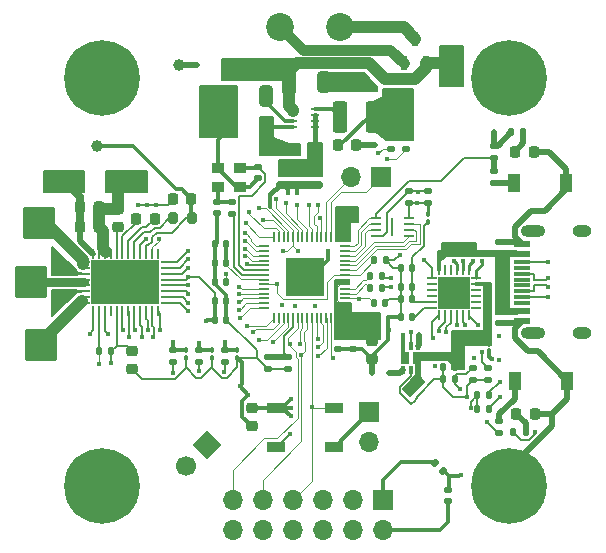
<source format=gbr>
%TF.GenerationSoftware,KiCad,Pcbnew,7.0.9*%
%TF.CreationDate,2024-02-12T03:50:36+01:00*%
%TF.ProjectId,MTR_Tiny_MD,4d54525f-5469-46e7-995f-4d442e6b6963,rev?*%
%TF.SameCoordinates,Original*%
%TF.FileFunction,Copper,L1,Top*%
%TF.FilePolarity,Positive*%
%FSLAX46Y46*%
G04 Gerber Fmt 4.6, Leading zero omitted, Abs format (unit mm)*
G04 Created by KiCad (PCBNEW 7.0.9) date 2024-02-12 03:50:36*
%MOMM*%
%LPD*%
G01*
G04 APERTURE LIST*
G04 Aperture macros list*
%AMRoundRect*
0 Rectangle with rounded corners*
0 $1 Rounding radius*
0 $2 $3 $4 $5 $6 $7 $8 $9 X,Y pos of 4 corners*
0 Add a 4 corners polygon primitive as box body*
4,1,4,$2,$3,$4,$5,$6,$7,$8,$9,$2,$3,0*
0 Add four circle primitives for the rounded corners*
1,1,$1+$1,$2,$3*
1,1,$1+$1,$4,$5*
1,1,$1+$1,$6,$7*
1,1,$1+$1,$8,$9*
0 Add four rect primitives between the rounded corners*
20,1,$1+$1,$2,$3,$4,$5,0*
20,1,$1+$1,$4,$5,$6,$7,0*
20,1,$1+$1,$6,$7,$8,$9,0*
20,1,$1+$1,$8,$9,$2,$3,0*%
%AMHorizOval*
0 Thick line with rounded ends*
0 $1 width*
0 $2 $3 position (X,Y) of the first rounded end (center of the circle)*
0 $4 $5 position (X,Y) of the second rounded end (center of the circle)*
0 Add line between two ends*
20,1,$1,$2,$3,$4,$5,0*
0 Add two circle primitives to create the rounded ends*
1,1,$1,$2,$3*
1,1,$1,$4,$5*%
%AMRotRect*
0 Rectangle, with rotation*
0 The origin of the aperture is its center*
0 $1 length*
0 $2 width*
0 $3 Rotation angle, in degrees counterclockwise*
0 Add horizontal line*
21,1,$1,$2,0,0,$3*%
G04 Aperture macros list end*
%TA.AperFunction,NonConductor*%
%ADD10C,0.200000*%
%TD*%
%TA.AperFunction,SMDPad,CuDef*%
%ADD11RoundRect,0.135000X-0.185000X0.135000X-0.185000X-0.135000X0.185000X-0.135000X0.185000X0.135000X0*%
%TD*%
%TA.AperFunction,SMDPad,CuDef*%
%ADD12RoundRect,0.250000X0.325000X0.650000X-0.325000X0.650000X-0.325000X-0.650000X0.325000X-0.650000X0*%
%TD*%
%TA.AperFunction,SMDPad,CuDef*%
%ADD13RoundRect,0.100000X-0.100000X0.130000X-0.100000X-0.130000X0.100000X-0.130000X0.100000X0.130000X0*%
%TD*%
%TA.AperFunction,SMDPad,CuDef*%
%ADD14RoundRect,0.140000X0.170000X-0.140000X0.170000X0.140000X-0.170000X0.140000X-0.170000X-0.140000X0*%
%TD*%
%TA.AperFunction,SMDPad,CuDef*%
%ADD15RoundRect,0.140000X-0.140000X-0.170000X0.140000X-0.170000X0.140000X0.170000X-0.140000X0.170000X0*%
%TD*%
%TA.AperFunction,SMDPad,CuDef*%
%ADD16RoundRect,0.225000X0.250000X-0.225000X0.250000X0.225000X-0.250000X0.225000X-0.250000X-0.225000X0*%
%TD*%
%TA.AperFunction,SMDPad,CuDef*%
%ADD17C,1.000000*%
%TD*%
%TA.AperFunction,SMDPad,CuDef*%
%ADD18RoundRect,0.225000X0.225000X0.250000X-0.225000X0.250000X-0.225000X-0.250000X0.225000X-0.250000X0*%
%TD*%
%TA.AperFunction,SMDPad,CuDef*%
%ADD19RoundRect,0.225000X-0.225000X-0.250000X0.225000X-0.250000X0.225000X0.250000X-0.225000X0.250000X0*%
%TD*%
%TA.AperFunction,ComponentPad*%
%ADD20R,1.700000X1.700000*%
%TD*%
%TA.AperFunction,ComponentPad*%
%ADD21O,1.700000X1.700000*%
%TD*%
%TA.AperFunction,SMDPad,CuDef*%
%ADD22RoundRect,0.250000X-0.375000X-1.075000X0.375000X-1.075000X0.375000X1.075000X-0.375000X1.075000X0*%
%TD*%
%TA.AperFunction,ComponentPad*%
%ADD23RoundRect,0.165000X1.210000X-1.210000X1.210000X1.210000X-1.210000X1.210000X-1.210000X-1.210000X0*%
%TD*%
%TA.AperFunction,SMDPad,CuDef*%
%ADD24RoundRect,0.135000X0.135000X0.185000X-0.135000X0.185000X-0.135000X-0.185000X0.135000X-0.185000X0*%
%TD*%
%TA.AperFunction,SMDPad,CuDef*%
%ADD25RoundRect,0.135000X-0.135000X-0.185000X0.135000X-0.185000X0.135000X0.185000X-0.135000X0.185000X0*%
%TD*%
%TA.AperFunction,SMDPad,CuDef*%
%ADD26RoundRect,0.250000X-0.325000X-0.650000X0.325000X-0.650000X0.325000X0.650000X-0.325000X0.650000X0*%
%TD*%
%TA.AperFunction,SMDPad,CuDef*%
%ADD27RoundRect,0.140000X0.140000X0.170000X-0.140000X0.170000X-0.140000X-0.170000X0.140000X-0.170000X0*%
%TD*%
%TA.AperFunction,SMDPad,CuDef*%
%ADD28RoundRect,0.218750X0.218750X0.256250X-0.218750X0.256250X-0.218750X-0.256250X0.218750X-0.256250X0*%
%TD*%
%TA.AperFunction,SMDPad,CuDef*%
%ADD29RoundRect,0.140000X-0.170000X0.140000X-0.170000X-0.140000X0.170000X-0.140000X0.170000X0.140000X0*%
%TD*%
%TA.AperFunction,ComponentPad*%
%ADD30C,0.800000*%
%TD*%
%TA.AperFunction,ComponentPad*%
%ADD31C,6.400000*%
%TD*%
%TA.AperFunction,SMDPad,CuDef*%
%ADD32RoundRect,0.135000X-0.226274X-0.035355X-0.035355X-0.226274X0.226274X0.035355X0.035355X0.226274X0*%
%TD*%
%TA.AperFunction,SMDPad,CuDef*%
%ADD33RoundRect,0.200000X-0.200000X-0.275000X0.200000X-0.275000X0.200000X0.275000X-0.200000X0.275000X0*%
%TD*%
%TA.AperFunction,ComponentPad*%
%ADD34C,2.362200*%
%TD*%
%TA.AperFunction,SMDPad,CuDef*%
%ADD35R,1.450000X0.600000*%
%TD*%
%TA.AperFunction,SMDPad,CuDef*%
%ADD36R,1.450000X0.300000*%
%TD*%
%TA.AperFunction,ComponentPad*%
%ADD37O,2.100000X1.000000*%
%TD*%
%TA.AperFunction,ComponentPad*%
%ADD38O,1.600000X1.000000*%
%TD*%
%TA.AperFunction,SMDPad,CuDef*%
%ADD39R,1.500000X0.900000*%
%TD*%
%TA.AperFunction,SMDPad,CuDef*%
%ADD40RoundRect,0.225000X-0.250000X0.225000X-0.250000X-0.225000X0.250000X-0.225000X0.250000X0.225000X0*%
%TD*%
%TA.AperFunction,SMDPad,CuDef*%
%ADD41R,1.000000X0.900000*%
%TD*%
%TA.AperFunction,SMDPad,CuDef*%
%ADD42R,0.600000X1.300000*%
%TD*%
%TA.AperFunction,ComponentPad*%
%ADD43RotRect,1.700000X1.700000X315.000000*%
%TD*%
%TA.AperFunction,ComponentPad*%
%ADD44HorizOval,1.700000X0.000000X0.000000X0.000000X0.000000X0*%
%TD*%
%TA.AperFunction,SMDPad,CuDef*%
%ADD45RoundRect,0.050000X-0.050000X0.387500X-0.050000X-0.387500X0.050000X-0.387500X0.050000X0.387500X0*%
%TD*%
%TA.AperFunction,SMDPad,CuDef*%
%ADD46RoundRect,0.050000X-0.387500X0.050000X-0.387500X-0.050000X0.387500X-0.050000X0.387500X0.050000X0*%
%TD*%
%TA.AperFunction,SMDPad,CuDef*%
%ADD47R,3.200000X3.200000*%
%TD*%
%TA.AperFunction,SMDPad,CuDef*%
%ADD48R,0.331000X0.680999*%
%TD*%
%TA.AperFunction,SMDPad,CuDef*%
%ADD49R,0.711200X1.041400*%
%TD*%
%TA.AperFunction,SMDPad,CuDef*%
%ADD50RoundRect,0.135000X0.185000X-0.135000X0.185000X0.135000X-0.185000X0.135000X-0.185000X-0.135000X0*%
%TD*%
%TA.AperFunction,SMDPad,CuDef*%
%ADD51RoundRect,0.131250X0.393750X-0.668750X0.393750X0.668750X-0.393750X0.668750X-0.393750X-0.668750X0*%
%TD*%
%TA.AperFunction,SMDPad,CuDef*%
%ADD52R,0.254800X0.807999*%
%TD*%
%TA.AperFunction,SMDPad,CuDef*%
%ADD53R,0.807999X0.254800*%
%TD*%
%TA.AperFunction,SMDPad,CuDef*%
%ADD54R,5.791200X3.810000*%
%TD*%
%TA.AperFunction,SMDPad,CuDef*%
%ADD55R,0.757199X0.254800*%
%TD*%
%TA.AperFunction,SMDPad,CuDef*%
%ADD56R,2.743200X2.743200*%
%TD*%
%TA.AperFunction,SMDPad,CuDef*%
%ADD57R,0.203200X1.600200*%
%TD*%
%TA.AperFunction,ViaPad*%
%ADD58C,0.450000*%
%TD*%
%TA.AperFunction,Conductor*%
%ADD59C,0.100000*%
%TD*%
%TA.AperFunction,Conductor*%
%ADD60C,0.200000*%
%TD*%
%TA.AperFunction,Conductor*%
%ADD61C,0.300000*%
%TD*%
%TA.AperFunction,Conductor*%
%ADD62C,0.500000*%
%TD*%
%TA.AperFunction,Conductor*%
%ADD63C,0.700000*%
%TD*%
%TA.AperFunction,Conductor*%
%ADD64C,0.228600*%
%TD*%
%TA.AperFunction,Conductor*%
%ADD65C,0.400000*%
%TD*%
%TA.AperFunction,Conductor*%
%ADD66C,1.000000*%
%TD*%
%TA.AperFunction,Conductor*%
%ADD67C,0.750000*%
%TD*%
%TA.AperFunction,Conductor*%
%ADD68C,0.900000*%
%TD*%
G04 APERTURE END LIST*
D10*
X121375000Y-97800000D02*
X116425000Y-97800000D01*
X116425000Y-98775000D01*
X116225000Y-98775000D01*
X116225000Y-97400000D01*
X121375000Y-97400000D01*
X121375000Y-97800000D01*
%TA.AperFunction,NonConductor*%
G36*
X121375000Y-97800000D02*
G01*
X116425000Y-97800000D01*
X116425000Y-98775000D01*
X116225000Y-98775000D01*
X116225000Y-97400000D01*
X121375000Y-97400000D01*
X121375000Y-97800000D01*
G37*
%TD.AperFunction*%
X120675000Y-104325000D02*
X120675000Y-105375000D01*
X120275000Y-105375000D01*
X118425000Y-105375000D01*
X118425000Y-107400000D01*
X117425000Y-107400000D01*
X117425000Y-104700000D01*
X117425000Y-104125000D01*
X120125000Y-104125000D01*
X120125000Y-100250000D01*
X119425000Y-100250000D01*
X119425000Y-100100000D01*
X120675000Y-100100000D01*
X120675000Y-104325000D01*
%TA.AperFunction,NonConductor*%
G36*
X120675000Y-104325000D02*
G01*
X120675000Y-105375000D01*
X120275000Y-105375000D01*
X118425000Y-105375000D01*
X118425000Y-107400000D01*
X117425000Y-107400000D01*
X117425000Y-104700000D01*
X117425000Y-104125000D01*
X120125000Y-104125000D01*
X120125000Y-100250000D01*
X119425000Y-100250000D01*
X119425000Y-100100000D01*
X120675000Y-100100000D01*
X120675000Y-104325000D01*
G37*
%TD.AperFunction*%
X122950000Y-97800000D02*
X122250000Y-97800000D01*
X122250000Y-102300000D01*
X122950000Y-102300000D01*
X122950000Y-102700000D01*
X121175000Y-102700000D01*
X121175000Y-97400000D01*
X122950000Y-97400000D01*
X122950000Y-97800000D01*
%TA.AperFunction,NonConductor*%
G36*
X122950000Y-97800000D02*
G01*
X122250000Y-97800000D01*
X122250000Y-102300000D01*
X122950000Y-102300000D01*
X122950000Y-102700000D01*
X121175000Y-102700000D01*
X121175000Y-97400000D01*
X122950000Y-97400000D01*
X122950000Y-97800000D01*
G37*
%TD.AperFunction*%
X111100000Y-83475000D02*
X111100000Y-83875000D01*
X106400000Y-83875000D01*
X106400000Y-82350000D01*
X109925000Y-82350000D01*
X111100000Y-83475000D01*
%TA.AperFunction,NonConductor*%
G36*
X111100000Y-83475000D02*
G01*
X111100000Y-83875000D01*
X106400000Y-83875000D01*
X106400000Y-82350000D01*
X109925000Y-82350000D01*
X111100000Y-83475000D01*
G37*
%TD.AperFunction*%
X85675000Y-99037788D02*
X85675000Y-99412788D01*
X83525000Y-99412788D01*
X83525000Y-97012788D01*
X85675000Y-99037788D01*
%TA.AperFunction,NonConductor*%
G36*
X85675000Y-99037788D02*
G01*
X85675000Y-99412788D01*
X83525000Y-99412788D01*
X83525000Y-97012788D01*
X85675000Y-99037788D01*
G37*
%TD.AperFunction*%
X108865916Y-102600000D02*
X111315916Y-102625000D01*
X111315916Y-104850000D01*
X107515916Y-104875000D01*
X107515916Y-101800000D01*
X108865916Y-101800000D01*
X108865916Y-102600000D01*
%TA.AperFunction,NonConductor*%
G36*
X108865916Y-102600000D02*
G01*
X111315916Y-102625000D01*
X111315916Y-104850000D01*
X107515916Y-104875000D01*
X107515916Y-101800000D01*
X108865916Y-101800000D01*
X108865916Y-102600000D01*
G37*
%TD.AperFunction*%
X107550000Y-94850000D02*
X108800000Y-94850000D01*
X108800000Y-96500000D01*
X107550000Y-96500000D01*
X107550000Y-94850000D01*
%TA.AperFunction,NonConductor*%
G36*
X107550000Y-94850000D02*
G01*
X108800000Y-94850000D01*
X108800000Y-96500000D01*
X107550000Y-96500000D01*
X107550000Y-94850000D01*
G37*
%TD.AperFunction*%
X104100000Y-82225000D02*
X104100000Y-83900000D01*
X103125000Y-83900000D01*
X103125000Y-82875000D01*
X97925657Y-82875000D01*
X97925000Y-81100000D01*
X104100000Y-81100000D01*
X104100000Y-82225000D01*
%TA.AperFunction,NonConductor*%
G36*
X104100000Y-82225000D02*
G01*
X104100000Y-83900000D01*
X103125000Y-83900000D01*
X103125000Y-82875000D01*
X97925657Y-82875000D01*
X97925000Y-81100000D01*
X104100000Y-81100000D01*
X104100000Y-82225000D01*
G37*
%TD.AperFunction*%
X86025000Y-100825000D02*
X85575000Y-100825000D01*
X85575000Y-100775000D01*
X86025000Y-100775000D01*
X86025000Y-100825000D01*
%TA.AperFunction,NonConductor*%
G36*
X86025000Y-100825000D02*
G01*
X85575000Y-100825000D01*
X85575000Y-100775000D01*
X86025000Y-100775000D01*
X86025000Y-100825000D01*
G37*
%TD.AperFunction*%
X118350000Y-81150000D02*
X118350000Y-81500000D01*
X118350000Y-83375000D01*
X116400657Y-83375000D01*
X116400000Y-80025000D01*
X118350000Y-80025000D01*
X118350000Y-81150000D01*
%TA.AperFunction,NonConductor*%
G36*
X118350000Y-81150000D02*
G01*
X118350000Y-81500000D01*
X118350000Y-83375000D01*
X116400657Y-83375000D01*
X116400000Y-80025000D01*
X118350000Y-80025000D01*
X118350000Y-81150000D01*
G37*
%TD.AperFunction*%
X106425000Y-91050000D02*
X102800000Y-91050000D01*
X102800000Y-89675000D01*
X105225000Y-89675000D01*
X105225000Y-88225000D01*
X106425000Y-88225000D01*
X106425000Y-91050000D01*
%TA.AperFunction,NonConductor*%
G36*
X106425000Y-91050000D02*
G01*
X102800000Y-91050000D01*
X102800000Y-89675000D01*
X105225000Y-89675000D01*
X105225000Y-88225000D01*
X106425000Y-88225000D01*
X106425000Y-91050000D01*
G37*
%TD.AperFunction*%
X85675000Y-100825000D02*
X83525000Y-102925000D01*
X83525000Y-100650000D01*
X85675000Y-100650000D01*
X85675000Y-100825000D01*
%TA.AperFunction,NonConductor*%
G36*
X85675000Y-100825000D02*
G01*
X83525000Y-102925000D01*
X83525000Y-100650000D01*
X85675000Y-100650000D01*
X85675000Y-100825000D01*
G37*
%TD.AperFunction*%
X86250000Y-92400000D02*
X82850000Y-92400000D01*
X82850000Y-90625000D01*
X86250000Y-90625000D01*
X86250000Y-92400000D01*
%TA.AperFunction,NonConductor*%
G36*
X86250000Y-92400000D02*
G01*
X82850000Y-92400000D01*
X82850000Y-90625000D01*
X86250000Y-90625000D01*
X86250000Y-92400000D01*
G37*
%TD.AperFunction*%
X107550000Y-93700000D02*
X109450000Y-93700000D01*
X109450000Y-94900000D01*
X107550000Y-94900000D01*
X107550000Y-93700000D01*
%TA.AperFunction,NonConductor*%
G36*
X107550000Y-93700000D02*
G01*
X109450000Y-93700000D01*
X109450000Y-94900000D01*
X107550000Y-94900000D01*
X107550000Y-93700000D01*
G37*
%TD.AperFunction*%
X102275000Y-87811679D02*
X103650000Y-88311679D01*
X104550000Y-88311679D01*
X104550000Y-89261679D01*
X101125000Y-89261679D01*
X101125000Y-86011679D01*
X102275000Y-86011679D01*
X102275000Y-87811679D01*
%TA.AperFunction,NonConductor*%
G36*
X102275000Y-87811679D02*
G01*
X103650000Y-88311679D01*
X104550000Y-88311679D01*
X104550000Y-89261679D01*
X101125000Y-89261679D01*
X101125000Y-86011679D01*
X102275000Y-86011679D01*
X102275000Y-87811679D01*
G37*
%TD.AperFunction*%
X108725000Y-100200000D02*
X107600000Y-100200000D01*
X107600000Y-101850000D01*
X107525000Y-101850000D01*
X107525000Y-99800000D01*
X108725000Y-99800000D01*
X108725000Y-100200000D01*
%TA.AperFunction,NonConductor*%
G36*
X108725000Y-100200000D02*
G01*
X107600000Y-100200000D01*
X107600000Y-101850000D01*
X107525000Y-101850000D01*
X107525000Y-99800000D01*
X108725000Y-99800000D01*
X108725000Y-100200000D01*
G37*
%TD.AperFunction*%
X117550000Y-106600000D02*
X114700000Y-106600000D01*
X114700000Y-107800000D01*
X114400000Y-107800000D01*
X114400000Y-106050000D01*
X117550000Y-106050000D01*
X117550000Y-106600000D01*
%TA.AperFunction,NonConductor*%
G36*
X117550000Y-106600000D02*
G01*
X114700000Y-106600000D01*
X114700000Y-107800000D01*
X114400000Y-107800000D01*
X114400000Y-106050000D01*
X117550000Y-106050000D01*
X117550000Y-106600000D01*
G37*
%TD.AperFunction*%
X86050000Y-99325000D02*
X85600000Y-99325000D01*
X85600000Y-99275000D01*
X86050000Y-99275000D01*
X86050000Y-99325000D01*
%TA.AperFunction,NonConductor*%
G36*
X86050000Y-99325000D02*
G01*
X85600000Y-99325000D01*
X85600000Y-99275000D01*
X86050000Y-99275000D01*
X86050000Y-99325000D01*
G37*
%TD.AperFunction*%
X114695173Y-108020355D02*
X115070173Y-108445355D01*
X113895173Y-109645355D01*
X113295173Y-109045355D01*
X114395173Y-107920355D01*
X114395173Y-107745355D01*
X114695173Y-107745355D01*
X114695173Y-108020355D01*
%TA.AperFunction,NonConductor*%
G36*
X114695173Y-108020355D02*
G01*
X115070173Y-108445355D01*
X113895173Y-109645355D01*
X113295173Y-109045355D01*
X114395173Y-107920355D01*
X114395173Y-107745355D01*
X114695173Y-107745355D01*
X114695173Y-108020355D01*
G37*
%TD.AperFunction*%
X91550000Y-92400000D02*
X88150000Y-92400000D01*
X88150000Y-90625000D01*
X91550000Y-90625000D01*
X91550000Y-92400000D01*
%TA.AperFunction,NonConductor*%
G36*
X91550000Y-92400000D02*
G01*
X88150000Y-92400000D01*
X88150000Y-90625000D01*
X91550000Y-90625000D01*
X91550000Y-92400000D01*
G37*
%TD.AperFunction*%
X114100000Y-87950000D02*
X111800000Y-87950000D01*
X110575000Y-86975000D01*
X110575000Y-84875000D01*
X111600000Y-84325000D01*
X111600000Y-83700000D01*
X114100000Y-83700000D01*
X114100000Y-87950000D01*
%TA.AperFunction,NonConductor*%
G36*
X114100000Y-87950000D02*
G01*
X111800000Y-87950000D01*
X110575000Y-86975000D01*
X110575000Y-84875000D01*
X111600000Y-84325000D01*
X111600000Y-83700000D01*
X114100000Y-83700000D01*
X114100000Y-87950000D01*
G37*
%TD.AperFunction*%
X116600000Y-96700000D02*
X119450000Y-96700000D01*
X119450000Y-97525000D01*
X116600000Y-97525000D01*
X116600000Y-96700000D01*
%TA.AperFunction,NonConductor*%
G36*
X116600000Y-96700000D02*
G01*
X119450000Y-96700000D01*
X119450000Y-97525000D01*
X116600000Y-97525000D01*
X116600000Y-96700000D01*
G37*
%TD.AperFunction*%
X96100000Y-83437500D02*
X99200000Y-83437500D01*
X99200000Y-87762500D01*
X96100000Y-87762500D01*
X96100000Y-83437500D01*
%TA.AperFunction,NonConductor*%
G36*
X96100000Y-83437500D02*
G01*
X99200000Y-83437500D01*
X99200000Y-87762500D01*
X96100000Y-87762500D01*
X96100000Y-83437500D01*
G37*
%TD.AperFunction*%
D11*
%TO.P,R9,1*%
%TO.N,Net-(R9-Pad1)*%
X121425000Y-111765000D03*
%TO.P,R9,2*%
%TO.N,RUN*%
X121425000Y-112785000D03*
%TD*%
%TO.P,R3,1*%
%TO.N,Net-(Y1-CRYSTAL_2)*%
X98775000Y-93215000D03*
%TO.P,R3,2*%
%TO.N,XOUT*%
X98775000Y-94235000D03*
%TD*%
D12*
%TO.P,C39,1*%
%TO.N,Net-(U7-VCC)*%
X101675000Y-84300000D03*
%TO.P,C39,2*%
%TO.N,GND*%
X98725000Y-84300000D03*
%TD*%
D13*
%TO.P,C33,1*%
%TO.N,Current_C*%
X99250000Y-105770000D03*
%TO.P,C33,2*%
%TO.N,GND*%
X99250000Y-106410000D03*
%TD*%
D14*
%TO.P,C44,1*%
%TO.N,GND*%
X117100000Y-118555000D03*
%TO.P,C44,2*%
%TO.N,RUN*%
X117100000Y-117595000D03*
%TD*%
D15*
%TO.P,C6,1*%
%TO.N,GND*%
X97340000Y-98403750D03*
%TO.P,C6,2*%
%TO.N,3V3_BUCK*%
X98300000Y-98403750D03*
%TD*%
D16*
%TO.P,C36,1*%
%TO.N,GND*%
X90300000Y-107375000D03*
%TO.P,C36,2*%
%TO.N,3V3_BUCK*%
X90300000Y-105825000D03*
%TD*%
D17*
%TO.P,H6,1,1*%
%TO.N,3V3_BUCK*%
X94325000Y-81625000D03*
%TD*%
D18*
%TO.P,C28,1*%
%TO.N,ALIM*%
X87500000Y-95325000D03*
%TO.P,C28,2*%
%TO.N,GND*%
X85950000Y-95325000D03*
%TD*%
D19*
%TO.P,C27,1*%
%TO.N,Net-(U5-CPH)*%
X90675000Y-94650000D03*
%TO.P,C27,2*%
%TO.N,Net-(U5-CPL)*%
X92225000Y-94650000D03*
%TD*%
D20*
%TO.P,J5,1*%
%TO.N,GND*%
X110400000Y-111025000D03*
D21*
%TO.P,J5,2*%
%TO.N,DOUT*%
X110400000Y-113565000D03*
%TD*%
D22*
%TO.P,L2,1*%
%TO.N,Net-(U7-LX)*%
X107900000Y-86000000D03*
%TO.P,L2,2*%
%TO.N,3V3_BUCK*%
X110700000Y-86000000D03*
%TD*%
D23*
%TO.P,H12,1,1*%
%TO.N,OUTC*%
X82620000Y-105310000D03*
%TD*%
D24*
%TO.P,R22,1*%
%TO.N,GND*%
X120585000Y-110750000D03*
%TO.P,R22,2*%
%TO.N,ISNK_FINE*%
X119565000Y-110750000D03*
%TD*%
D19*
%TO.P,C41,1*%
%TO.N,3V3_BUCK*%
X104075000Y-88775000D03*
%TO.P,C41,2*%
%TO.N,GND*%
X105625000Y-88775000D03*
%TD*%
D15*
%TO.P,C34,1*%
%TO.N,VREF*%
X97340000Y-101601250D03*
%TO.P,C34,2*%
%TO.N,GND*%
X98300000Y-101601250D03*
%TD*%
D25*
%TO.P,R23,1*%
%TO.N,ISNK_FINE*%
X119565000Y-109575000D03*
%TO.P,R23,2*%
%TO.N,3V3_BUCK*%
X120585000Y-109575000D03*
%TD*%
D26*
%TO.P,C38,1*%
%TO.N,ALIM*%
X103625000Y-83100000D03*
%TO.P,C38,2*%
%TO.N,GND*%
X106575000Y-83100000D03*
%TD*%
D24*
%TO.P,R12,1*%
%TO.N,Net-(D3-A)*%
X123635000Y-112750000D03*
%TO.P,R12,2*%
%TO.N,GPIO23*%
X122615000Y-112750000D03*
%TD*%
D27*
%TO.P,C35,1*%
%TO.N,GND*%
X98300000Y-103200000D03*
%TO.P,C35,2*%
%TO.N,VREF*%
X97340000Y-103200000D03*
%TD*%
D12*
%TO.P,C40,1*%
%TO.N,3V3_BUCK*%
X101675000Y-86900000D03*
%TO.P,C40,2*%
%TO.N,GND*%
X98725000Y-86900000D03*
%TD*%
D28*
%TO.P,D3,1,K*%
%TO.N,GND*%
X124437500Y-111175000D03*
%TO.P,D3,2,A*%
%TO.N,Net-(D3-A)*%
X122862500Y-111175000D03*
%TD*%
D29*
%TO.P,C32,1*%
%TO.N,3V3_BUCK*%
X109065000Y-104700000D03*
%TO.P,C32,2*%
%TO.N,GND*%
X109065000Y-105660000D03*
%TD*%
D11*
%TO.P,R8,1*%
%TO.N,Current_C*%
X98150000Y-105790000D03*
%TO.P,R8,2*%
%TO.N,Net-(U1-GPIO28_ADC2)*%
X98150000Y-106810000D03*
%TD*%
D30*
%TO.P,H1,1,1*%
%TO.N,GND*%
X119850000Y-117250000D03*
X120552944Y-115552944D03*
X120552944Y-118947056D03*
X122250000Y-114850000D03*
D31*
X122250000Y-117250000D03*
D30*
X122250000Y-119650000D03*
X123947056Y-115552944D03*
X123947056Y-118947056D03*
X124650000Y-117250000D03*
%TD*%
D14*
%TO.P,C2,1*%
%TO.N,GND*%
X101000000Y-91230000D03*
%TO.P,C2,2*%
%TO.N,XIN*%
X101000000Y-90270000D03*
%TD*%
D30*
%TO.P,H3,1,1*%
%TO.N,GND*%
X119850000Y-82750000D03*
X120552944Y-81052944D03*
X120552944Y-84447056D03*
X122250000Y-80350000D03*
D31*
X122250000Y-82750000D03*
D30*
X122250000Y-85150000D03*
X123947056Y-81052944D03*
X123947056Y-84447056D03*
X124650000Y-82750000D03*
%TD*%
D24*
%TO.P,R1,1*%
%TO.N,USB_D+*%
X111485000Y-99525000D03*
%TO.P,R1,2*%
%TO.N,/D+*%
X110465000Y-99525000D03*
%TD*%
D32*
%TO.P,R19,1*%
%TO.N,3V3_BUCK*%
X115939376Y-115325000D03*
%TO.P,R19,2*%
%TO.N,RUN*%
X116660624Y-116046248D03*
%TD*%
D24*
%TO.P,R11,1*%
%TO.N,Net-(D2-A)*%
X123460000Y-87350000D03*
%TO.P,R11,2*%
%TO.N,3V3_BUCK*%
X122440000Y-87350000D03*
%TD*%
D30*
%TO.P,H8,1,1*%
%TO.N,GND*%
X85350000Y-82750000D03*
X86052944Y-81052944D03*
X86052944Y-84447056D03*
X87750000Y-80350000D03*
D31*
X87750000Y-82750000D03*
D30*
X87750000Y-85150000D03*
X89447056Y-81052944D03*
X89447056Y-84447056D03*
X90150000Y-82750000D03*
%TD*%
D33*
%TO.P,R13,1*%
%TO.N,/SW_BK*%
X93750000Y-94625000D03*
%TO.P,R13,2*%
%TO.N,DRV_BUCK_OUT*%
X95400000Y-94625000D03*
%TD*%
D30*
%TO.P,H9,1,1*%
%TO.N,GND*%
X85350000Y-117250000D03*
X86052944Y-115552944D03*
X86052944Y-118947056D03*
X87750000Y-114850000D03*
D31*
X87750000Y-117250000D03*
D30*
X87750000Y-119650000D03*
X89447056Y-115552944D03*
X89447056Y-118947056D03*
X90150000Y-117250000D03*
%TD*%
D27*
%TO.P,C1,1*%
%TO.N,GND*%
X111805000Y-98175000D03*
%TO.P,C1,2*%
%TO.N,+1V1*%
X110845000Y-98175000D03*
%TD*%
D34*
%TO.P,J6,1,1*%
%TO.N,/VM*%
X107890000Y-78450000D03*
%TO.P,J6,2,2*%
%TO.N,GND*%
X102890000Y-78450000D03*
%TD*%
D13*
%TO.P,C29,1*%
%TO.N,Current_A*%
X94850000Y-105770000D03*
%TO.P,C29,2*%
%TO.N,GND*%
X94850000Y-106410000D03*
%TD*%
D14*
%TO.P,C10,1*%
%TO.N,GND*%
X103525000Y-107360000D03*
%TO.P,C10,2*%
%TO.N,3V3_BUCK*%
X103525000Y-106400000D03*
%TD*%
D13*
%TO.P,C31,1*%
%TO.N,Current_B*%
X97050000Y-105770000D03*
%TO.P,C31,2*%
%TO.N,GND*%
X97050000Y-106410000D03*
%TD*%
D29*
%TO.P,C21,1*%
%TO.N,GND*%
X121375000Y-96620000D03*
%TO.P,C21,2*%
%TO.N,+VBUS*%
X121375000Y-97580000D03*
%TD*%
D35*
%TO.P,J1,A1,GND*%
%TO.N,GND*%
X123365000Y-103300000D03*
%TO.P,J1,A4,VBUS*%
%TO.N,+VBUS*%
X123365000Y-102500000D03*
D36*
%TO.P,J1,A5,CC1*%
%TO.N,/CC1*%
X123365000Y-101300000D03*
%TO.P,J1,A6,D+*%
%TO.N,unconnected-(J1-D+-PadA6)*%
X123365000Y-100300000D03*
%TO.P,J1,A7,D-*%
%TO.N,unconnected-(J1-D--PadA7)*%
X123365000Y-99800000D03*
%TO.P,J1,A8,SBU1*%
%TO.N,unconnected-(J1-SBU1-PadA8)*%
X123365000Y-98800000D03*
D35*
%TO.P,J1,A9,VBUS*%
%TO.N,+VBUS*%
X123365000Y-97600000D03*
%TO.P,J1,A12,GND*%
%TO.N,GND*%
X123365000Y-96800000D03*
%TO.P,J1,B1,GND*%
X123365000Y-96800000D03*
%TO.P,J1,B4,VBUS*%
%TO.N,+VBUS*%
X123365000Y-97600000D03*
D36*
%TO.P,J1,B5,CC2*%
%TO.N,/CC2*%
X123365000Y-98300000D03*
%TO.P,J1,B6,D+*%
%TO.N,USB_D+*%
X123365000Y-99300000D03*
%TO.P,J1,B7,D-*%
%TO.N,USB_D-*%
X123365000Y-100800000D03*
%TO.P,J1,B8,SBU2*%
%TO.N,unconnected-(J1-SBU2-PadB8)*%
X123365000Y-101800000D03*
D35*
%TO.P,J1,B9,VBUS*%
%TO.N,+VBUS*%
X123365000Y-102500000D03*
%TO.P,J1,B12,GND*%
%TO.N,GND*%
X123365000Y-103300000D03*
D37*
%TO.P,J1,S1,SHIELD*%
%TO.N,unconnected-(J1-SHIELD-PadS1)*%
X124280000Y-104370000D03*
D38*
X128460000Y-104370000D03*
D37*
X124280000Y-95730000D03*
D38*
X128460000Y-95730000D03*
%TD*%
D25*
%TO.P,R2,1*%
%TO.N,/D-*%
X110465000Y-100550000D03*
%TO.P,R2,2*%
%TO.N,USB_D-*%
X111485000Y-100550000D03*
%TD*%
D27*
%TO.P,C15,1*%
%TO.N,VDDD*%
X114055000Y-100425000D03*
%TO.P,C15,2*%
%TO.N,GND*%
X113095000Y-100425000D03*
%TD*%
D39*
%TO.P,D1,1,VDD*%
%TO.N,3V3_BUCK*%
X102500000Y-110650000D03*
%TO.P,D1,2,DOUT*%
%TO.N,DOUT*%
X102500000Y-113950000D03*
%TO.P,D1,3,VSS*%
%TO.N,GND*%
X107400000Y-113950000D03*
%TO.P,D1,4,DIN*%
%TO.N,GPIO25*%
X107400000Y-110650000D03*
%TD*%
D29*
%TO.P,C8,1*%
%TO.N,GND*%
X106190000Y-90820000D03*
%TO.P,C8,2*%
%TO.N,3V3_BUCK*%
X106190000Y-91780000D03*
%TD*%
D16*
%TO.P,C12,1*%
%TO.N,GND*%
X110650000Y-106525000D03*
%TO.P,C12,2*%
%TO.N,3V3_BUCK*%
X110650000Y-104975000D03*
%TD*%
D27*
%TO.P,C17,1*%
%TO.N,VDDD*%
X114055000Y-98800000D03*
%TO.P,C17,2*%
%TO.N,GND*%
X113095000Y-98800000D03*
%TD*%
D11*
%TO.P,R26,1*%
%TO.N,+VBUS_FET_EN*%
X120475000Y-107300000D03*
%TO.P,R26,2*%
%TO.N,GATE*%
X120475000Y-108320000D03*
%TD*%
D40*
%TO.P,C37,1*%
%TO.N,3V3_BUCK*%
X100450000Y-110675000D03*
%TO.P,C37,2*%
%TO.N,GND*%
X100450000Y-112225000D03*
%TD*%
D41*
%TO.P,Y1,1,CRYSTAL_1*%
%TO.N,XIN*%
X99450000Y-90400000D03*
%TO.P,Y1,2,GND_1*%
%TO.N,GND*%
X97600000Y-90400000D03*
%TO.P,Y1,3,CRYSTAL_2*%
%TO.N,Net-(Y1-CRYSTAL_2)*%
X97600000Y-91950000D03*
%TO.P,Y1,4,GND_2*%
%TO.N,GND*%
X99450000Y-91950000D03*
%TD*%
D14*
%TO.P,C19,1*%
%TO.N,GND*%
X121425000Y-103455000D03*
%TO.P,C19,2*%
%TO.N,+VBUS*%
X121425000Y-102495000D03*
%TD*%
D18*
%TO.P,C25,1*%
%TO.N,ALIM*%
X87500000Y-93675000D03*
%TO.P,C25,2*%
%TO.N,GND*%
X85950000Y-93675000D03*
%TD*%
D13*
%TO.P,3v3ToVddd1,1,A*%
%TO.N,3V3_BUCK*%
X115400000Y-94255000D03*
%TO.P,3v3ToVddd1,2,B*%
%TO.N,VDDD*%
X115400000Y-94895000D03*
%TD*%
D42*
%TO.P,Q1,1,G*%
%TO.N,GND*%
X113350000Y-81500000D03*
%TO.P,Q1,2,S*%
%TO.N,ALIM*%
X115250000Y-81500000D03*
%TO.P,Q1,3,D*%
%TO.N,/VM*%
X114300000Y-79400000D03*
%TD*%
D16*
%TO.P,C26,1*%
%TO.N,/CP*%
X89100000Y-95350000D03*
%TO.P,C26,2*%
%TO.N,ALIM*%
X89100000Y-93800000D03*
%TD*%
D14*
%TO.P,C7,1*%
%TO.N,GND*%
X101812500Y-107360000D03*
%TO.P,C7,2*%
%TO.N,3V3_BUCK*%
X101812500Y-106400000D03*
%TD*%
D19*
%TO.P,C24,1*%
%TO.N,GND*%
X93800000Y-92975000D03*
%TO.P,C24,2*%
%TO.N,DRV_BUCK_OUT*%
X95350000Y-92975000D03*
%TD*%
D27*
%TO.P,C23,1*%
%TO.N,+VBUS_OUT*%
X117630000Y-107175000D03*
%TO.P,C23,2*%
%TO.N,GATE*%
X116670000Y-107175000D03*
%TD*%
D29*
%TO.P,C3,1*%
%TO.N,Net-(Y1-CRYSTAL_2)*%
X97475000Y-93245000D03*
%TO.P,C3,2*%
%TO.N,GND*%
X97475000Y-94205000D03*
%TD*%
D43*
%TO.P,J3,1*%
%TO.N,SWD*%
X96700000Y-113800000D03*
D44*
%TO.P,J3,2*%
%TO.N,SWCLK*%
X94903949Y-115596051D03*
%TD*%
D27*
%TO.P,C22,1*%
%TO.N,DRAIN_1*%
X117630000Y-108250000D03*
%TO.P,C22,2*%
%TO.N,GATE*%
X116670000Y-108250000D03*
%TD*%
D45*
%TO.P,U1,1,IOVDD*%
%TO.N,3V3_BUCK*%
X107550000Y-96162500D03*
%TO.P,U1,2,GPIO0*%
%TO.N,UART_TX*%
X107150000Y-96162500D03*
%TO.P,U1,3,GPIO1*%
%TO.N,UART_RX*%
X106750000Y-96162500D03*
%TO.P,U1,4,GPIO2*%
%TO.N,GPIO2*%
X106350000Y-96162500D03*
%TO.P,U1,5,GPIO3*%
%TO.N,GPIO3*%
X105950000Y-96162500D03*
%TO.P,U1,6,GPIO4*%
%TO.N,I2C_SDA*%
X105550000Y-96162500D03*
%TO.P,U1,7,GPIO5*%
%TO.N,I2C_SCL*%
X105150000Y-96162500D03*
%TO.P,U1,8,GPIO6*%
%TO.N,nSLEEP*%
X104750000Y-96162500D03*
%TO.P,U1,9,GPIO7*%
%TO.N,nFAULT*%
X104350000Y-96162500D03*
%TO.P,U1,10,IOVDD*%
%TO.N,3V3_BUCK*%
X103950000Y-96162500D03*
%TO.P,U1,11,GPIO8*%
%TO.N,DRVOFF*%
X103550000Y-96162500D03*
%TO.P,U1,12,GPIO9*%
%TO.N,GPIO9*%
X103150000Y-96162500D03*
%TO.P,U1,13,GPIO10*%
%TO.N,INLC*%
X102750000Y-96162500D03*
%TO.P,U1,14,GPIO11*%
%TO.N,INHC*%
X102350000Y-96162500D03*
D46*
%TO.P,U1,15,GPIO12*%
%TO.N,INLB*%
X101512500Y-97000000D03*
%TO.P,U1,16,GPIO13*%
%TO.N,INHB*%
X101512500Y-97400000D03*
%TO.P,U1,17,GPIO14*%
%TO.N,INLA*%
X101512500Y-97800000D03*
%TO.P,U1,18,GPIO15*%
%TO.N,INHA*%
X101512500Y-98200000D03*
%TO.P,U1,19,TESTEN*%
%TO.N,GND*%
X101512500Y-98600000D03*
%TO.P,U1,20,XIN*%
%TO.N,XIN*%
X101512500Y-99000000D03*
%TO.P,U1,21,XOUT*%
%TO.N,XOUT*%
X101512500Y-99400000D03*
%TO.P,U1,22,IOVDD*%
%TO.N,3V3_BUCK*%
X101512500Y-99800000D03*
%TO.P,U1,23,DVDD*%
%TO.N,+1V1*%
X101512500Y-100200000D03*
%TO.P,U1,24,SWCLK*%
%TO.N,SWCLK*%
X101512500Y-100600000D03*
%TO.P,U1,25,SWD*%
%TO.N,SWD*%
X101512500Y-101000000D03*
%TO.P,U1,26,RUN*%
%TO.N,RUN*%
X101512500Y-101400000D03*
%TO.P,U1,27,GPIO16*%
%TO.N,SPI_MISO*%
X101512500Y-101800000D03*
%TO.P,U1,28,GPIO17*%
%TO.N,SPI_SS*%
X101512500Y-102200000D03*
D45*
%TO.P,U1,29,GPIO18*%
%TO.N,SPI_SCK*%
X102350000Y-103037500D03*
%TO.P,U1,30,GPIO19*%
%TO.N,SPI_MOSI*%
X102750000Y-103037500D03*
%TO.P,U1,31,GPIO20*%
%TO.N,GPIO20*%
X103150000Y-103037500D03*
%TO.P,U1,32,GPIO21*%
%TO.N,GPIO21*%
X103550000Y-103037500D03*
%TO.P,U1,33,IOVDD*%
%TO.N,3V3_BUCK*%
X103950000Y-103037500D03*
%TO.P,U1,34,GPIO22*%
%TO.N,GPIO22*%
X104350000Y-103037500D03*
%TO.P,U1,35,GPIO23*%
%TO.N,GPIO23*%
X104750000Y-103037500D03*
%TO.P,U1,36,GPIO24*%
%TO.N,GPIO24*%
X105150000Y-103037500D03*
%TO.P,U1,37,GPIO25*%
%TO.N,GPIO25*%
X105550000Y-103037500D03*
%TO.P,U1,38,GPIO26_ADC0*%
%TO.N,Net-(U1-GPIO26_ADC0)*%
X105950000Y-103037500D03*
%TO.P,U1,39,GPIO27_ADC1*%
%TO.N,Net-(U1-GPIO27_ADC1)*%
X106350000Y-103037500D03*
%TO.P,U1,40,GPIO28_ADC2*%
%TO.N,Net-(U1-GPIO28_ADC2)*%
X106750000Y-103037500D03*
%TO.P,U1,41,GPIO29_ADC3*%
%TO.N,VREF*%
X107150000Y-103037500D03*
%TO.P,U1,42,IOVDD*%
%TO.N,3V3_BUCK*%
X107550000Y-103037500D03*
D46*
%TO.P,U1,43,ADC_AVDD*%
X108387500Y-102200000D03*
%TO.P,U1,44,VREG_IN*%
X108387500Y-101800000D03*
%TO.P,U1,45,VREG_VOUT*%
%TO.N,+1V1*%
X108387500Y-101400000D03*
%TO.P,U1,46,USB_DM*%
%TO.N,/D-*%
X108387500Y-101000000D03*
%TO.P,U1,47,USB_DP*%
%TO.N,/D+*%
X108387500Y-100600000D03*
%TO.P,U1,48,USB_VDD*%
%TO.N,3V3_BUCK*%
X108387500Y-100200000D03*
%TO.P,U1,49,IOVDD*%
X108387500Y-99800000D03*
%TO.P,U1,50,DVDD*%
%TO.N,+1V1*%
X108387500Y-99400000D03*
%TO.P,U1,51,QSPI_SD3*%
%TO.N,QSPI_SD3*%
X108387500Y-99000000D03*
%TO.P,U1,52,QSPI_SCLK*%
%TO.N,QSPI_CLK*%
X108387500Y-98600000D03*
%TO.P,U1,53,QSPI_SD0*%
%TO.N,QSPI_SD0*%
X108387500Y-98200000D03*
%TO.P,U1,54,QSPI_SD2*%
%TO.N,QSPI_SD2*%
X108387500Y-97800000D03*
%TO.P,U1,55,QSPI_SD1*%
%TO.N,QSPI_SD1*%
X108387500Y-97400000D03*
%TO.P,U1,56,QSPI_SS*%
%TO.N,QSPI_SS*%
X108387500Y-97000000D03*
D47*
%TO.P,U1,57,GND*%
%TO.N,GND*%
X104950000Y-99600000D03*
%TD*%
D48*
%TO.P,U9,1,S1*%
%TO.N,SOURCE*%
X113275014Y-107489000D03*
%TO.P,U9,2,G1*%
%TO.N,GATE*%
X113925000Y-107489000D03*
%TO.P,U9,3,D2*%
%TO.N,+VBUS_OUT*%
X114574986Y-107489000D03*
%TO.P,U9,4,S2*%
%TO.N,SOURCE*%
X114574986Y-105411000D03*
%TO.P,U9,5,G2*%
%TO.N,GATE*%
X113925000Y-105411000D03*
%TO.P,U9,6,D1*%
%TO.N,DRAIN_1*%
X113275014Y-105411000D03*
D49*
%TO.P,U9,7,D1*%
X113404300Y-106450000D03*
%TO.P,U9,8,D2*%
%TO.N,+VBUS_OUT*%
X114445700Y-106450000D03*
%TD*%
D20*
%TO.P,J2,1*%
%TO.N,3V3_BUCK*%
X111540000Y-118450000D03*
D21*
%TO.P,J2,2*%
%TO.N,GND*%
X111540000Y-120990000D03*
%TO.P,J2,3*%
%TO.N,GPIO23*%
X109000000Y-118450000D03*
%TO.P,J2,4*%
%TO.N,GPIO21*%
X109000000Y-120990000D03*
%TO.P,J2,5*%
%TO.N,+VBUS_OUT*%
X106460000Y-118450000D03*
%TO.P,J2,6*%
%TO.N,GPIO20*%
X106460000Y-120990000D03*
%TO.P,J2,7*%
%TO.N,GPIO25*%
X103920000Y-118450000D03*
%TO.P,J2,8*%
%TO.N,GPIO2*%
X103920000Y-120990000D03*
%TO.P,J2,9*%
%TO.N,GPIO24*%
X101380000Y-118450000D03*
%TO.P,J2,10*%
%TO.N,GPIO3*%
X101380000Y-120990000D03*
%TO.P,J2,11*%
%TO.N,GPIO22*%
X98840000Y-118450000D03*
%TO.P,J2,12*%
%TO.N,GPIO9*%
X98840000Y-120990000D03*
%TD*%
D24*
%TO.P,R16,1*%
%TO.N,3V3_BUCK*%
X88580000Y-105850000D03*
%TO.P,R16,2*%
%TO.N,nFAULT*%
X87560000Y-105850000D03*
%TD*%
D17*
%TO.P,H7,1,1*%
%TO.N,DRV_BUCK_OUT*%
X87325000Y-88500000D03*
%TD*%
D11*
%TO.P,R6,1*%
%TO.N,Current_A*%
X93750000Y-105790000D03*
%TO.P,R6,2*%
%TO.N,Net-(U1-GPIO26_ADC0)*%
X93750000Y-106810000D03*
%TD*%
D23*
%TO.P,H11,1,1*%
%TO.N,OUTB*%
X81740000Y-100030000D03*
%TD*%
D50*
%TO.P,R5,1*%
%TO.N,QSPI_SS*%
X120975000Y-89485000D03*
%TO.P,R5,2*%
%TO.N,3V3_BUCK*%
X120975000Y-88465000D03*
%TD*%
D51*
%TO.P,SW1,1,1*%
%TO.N,GND*%
X127100000Y-91650000D03*
%TO.P,SW1,2,2*%
%TO.N,Net-(R4-Pad1)*%
X122650000Y-91650000D03*
%TD*%
D23*
%TO.P,H10,1,1*%
%TO.N,OUTA*%
X82440000Y-95030000D03*
%TD*%
D19*
%TO.P,C42,1*%
%TO.N,3V3_BUCK*%
X107725000Y-88450000D03*
%TO.P,C42,2*%
%TO.N,GND*%
X109275000Y-88450000D03*
%TD*%
D11*
%TO.P,R14,1*%
%TO.N,3V3_BUCK*%
X113500000Y-87690000D03*
%TO.P,R14,2*%
%TO.N,I2C_SDA*%
X113500000Y-88710000D03*
%TD*%
D50*
%TO.P,R4,1*%
%TO.N,Net-(R4-Pad1)*%
X120975000Y-91660000D03*
%TO.P,R4,2*%
%TO.N,QSPI_SS*%
X120975000Y-90640000D03*
%TD*%
D27*
%TO.P,C14,1*%
%TO.N,VDDD*%
X114055000Y-101475000D03*
%TO.P,C14,2*%
%TO.N,GND*%
X113095000Y-101475000D03*
%TD*%
D50*
%TO.P,R24,1*%
%TO.N,GATE*%
X119175000Y-108295000D03*
%TO.P,R24,2*%
%TO.N,DRAIN_1*%
X119175000Y-107275000D03*
%TD*%
D52*
%TO.P,U5,1,NC*%
%TO.N,unconnected-(U5-NC-Pad1)*%
X92510693Y-97601300D03*
%TO.P,U5,2,AGND*%
%TO.N,GND*%
X92010567Y-97601300D03*
%TO.P,U5,3,FB_BK*%
%TO.N,DRV_BUCK_OUT*%
X91510441Y-97601300D03*
%TO.P,U5,4,GND_BK*%
%TO.N,GND*%
X91010315Y-97601300D03*
%TO.P,U5,5,SW_BK*%
%TO.N,/SW_BK*%
X90510189Y-97601300D03*
%TO.P,U5,6,CPL*%
%TO.N,Net-(U5-CPL)*%
X90010063Y-97601300D03*
%TO.P,U5,7,CPH*%
%TO.N,Net-(U5-CPH)*%
X89509937Y-97601300D03*
%TO.P,U5,8,CP*%
%TO.N,/CP*%
X89009811Y-97601300D03*
%TO.P,U5,9,VM*%
%TO.N,ALIM*%
X88509685Y-97601300D03*
%TO.P,U5,10,VM*%
X88009559Y-97601300D03*
%TO.P,U5,11,VM*%
X87509433Y-97601300D03*
%TO.P,U5,12,PGND*%
%TO.N,GND*%
X87009307Y-97601300D03*
D53*
%TO.P,U5,13,OUTA*%
%TO.N,OUTA*%
X86308000Y-98299559D03*
%TO.P,U5,14,OUTA*%
X86308000Y-98799685D03*
%TO.P,U5,15,PGND*%
%TO.N,GND*%
X86308000Y-99299811D03*
%TO.P,U5,16,OUTB*%
%TO.N,OUTB*%
X86308000Y-99799937D03*
%TO.P,U5,17,OUTB*%
X86308000Y-100300063D03*
%TO.P,U5,18,PGND*%
%TO.N,GND*%
X86308000Y-100800189D03*
%TO.P,U5,19,OUTC*%
%TO.N,OUTC*%
X86308000Y-101300315D03*
%TO.P,U5,20,OUTC*%
X86308000Y-101800441D03*
D52*
%TO.P,U5,21,DRVOFF*%
%TO.N,DRVOFF*%
X87009307Y-102498700D03*
%TO.P,U5,22,NFAULT*%
%TO.N,nFAULT*%
X87509433Y-102498700D03*
%TO.P,U5,23,NSLEEP*%
%TO.N,nSLEEP*%
X88009559Y-102498700D03*
%TO.P,U5,24,NC*%
%TO.N,unconnected-(U5-NC-Pad24)*%
X88509685Y-102498700D03*
%TO.P,U5,25,AVDD*%
%TO.N,3V3_BUCK*%
X89009811Y-102498700D03*
%TO.P,U5,26,AGND*%
%TO.N,GND*%
X89509937Y-102498700D03*
%TO.P,U5,27,INHA*%
%TO.N,INHA*%
X90010063Y-102498700D03*
%TO.P,U5,28,INLA*%
%TO.N,INLA*%
X90510189Y-102498700D03*
%TO.P,U5,29,INHB*%
%TO.N,INHB*%
X91010315Y-102498700D03*
%TO.P,U5,30,INLB*%
%TO.N,INLB*%
X91510441Y-102498700D03*
%TO.P,U5,31,INHC*%
%TO.N,INHC*%
X92010567Y-102498700D03*
%TO.P,U5,32,INLC*%
%TO.N,INLC*%
X92510693Y-102498700D03*
D53*
%TO.P,U5,33,SDO*%
%TO.N,SPI_MISO*%
X93212000Y-101800441D03*
%TO.P,U5,34,SDI*%
%TO.N,SPI_MOSI*%
X93212000Y-101300315D03*
%TO.P,U5,35,SCLK*%
%TO.N,SPI_SCK*%
X93212000Y-100800189D03*
%TO.P,U5,36,NSCS*%
%TO.N,SPI_SS*%
X93212000Y-100300063D03*
%TO.P,U5,37,VREF/ILIM*%
%TO.N,VREF*%
X93212000Y-99799937D03*
%TO.P,U5,38,SOC*%
%TO.N,Current_C*%
X93212000Y-99299811D03*
%TO.P,U5,39,SOB*%
%TO.N,Current_B*%
X93212000Y-98799685D03*
%TO.P,U5,40,SOA*%
%TO.N,Current_A*%
X93212000Y-98299559D03*
D54*
%TO.P,U5,41,EPAD*%
%TO.N,unconnected-(U5-EPAD-Pad41)*%
X89760000Y-100050000D03*
%TD*%
D28*
%TO.P,D2,1,K*%
%TO.N,GND*%
X124312500Y-88975000D03*
%TO.P,D2,2,A*%
%TO.N,Net-(D2-A)*%
X122737500Y-88975000D03*
%TD*%
D29*
%TO.P,C11,1*%
%TO.N,GND*%
X104650000Y-90820000D03*
%TO.P,C11,2*%
%TO.N,3V3_BUCK*%
X104650000Y-91780000D03*
%TD*%
D11*
%TO.P,R15,1*%
%TO.N,3V3_BUCK*%
X112250000Y-87690000D03*
%TO.P,R15,2*%
%TO.N,I2C_SCL*%
X112250000Y-88710000D03*
%TD*%
%TO.P,R7,1*%
%TO.N,Current_B*%
X95950000Y-105790000D03*
%TO.P,R7,2*%
%TO.N,Net-(U1-GPIO27_ADC1)*%
X95950000Y-106810000D03*
%TD*%
D20*
%TO.P,J4,1*%
%TO.N,UART_TX*%
X111400000Y-91100000D03*
D21*
%TO.P,J4,2*%
%TO.N,UART_RX*%
X108860000Y-91100000D03*
%TD*%
D55*
%TO.P,U7,1,VIN*%
%TO.N,ALIM*%
X103949900Y-85349999D03*
%TO.P,U7,2,EN/UVLO*%
X103949900Y-85850000D03*
%TO.P,U7,3,VCC*%
%TO.N,Net-(U7-VCC)*%
X103949900Y-86350000D03*
%TO.P,U7,4,FB/VOUT*%
%TO.N,3V3_BUCK*%
X103949900Y-86850001D03*
%TO.P,U7,5,MODE*%
%TO.N,GND*%
X105850100Y-86850001D03*
%TO.P,U7,6,\u002ARESET*%
X105850100Y-86350000D03*
%TO.P,U7,7,GND*%
X105850100Y-85850000D03*
%TO.P,U7,8,LX*%
%TO.N,Net-(U7-LX)*%
X105850100Y-85349999D03*
%TD*%
D29*
%TO.P,C18,1*%
%TO.N,GND*%
X113750000Y-92345000D03*
%TO.P,C18,2*%
%TO.N,3V3_BUCK*%
X113750000Y-93305000D03*
%TD*%
D27*
%TO.P,C16,1*%
%TO.N,VCCD*%
X114055000Y-103000000D03*
%TO.P,C16,2*%
%TO.N,GND*%
X113095000Y-103000000D03*
%TD*%
D52*
%TO.P,U8,1,VBUS_MIN*%
%TO.N,VBUS_MIN*%
X116324685Y-102814900D03*
%TO.P,U8,2,VBUS_MAX*%
%TO.N,VBUS_MAX*%
X116824811Y-102814900D03*
%TO.P,U8,3,VBUS_FET_EN*%
%TO.N,+VBUS_FET_EN*%
X117324937Y-102814900D03*
%TO.P,U8,4,SAFE_PWR_EN*%
%TO.N,SAFE_PWR_EN*%
X117825063Y-102814900D03*
%TO.P,U8,5,ISNK_COARSE*%
%TO.N,ISNK_COARSE*%
X118325189Y-102814900D03*
%TO.P,U8,6,ISNK_FINE*%
%TO.N,ISNK_FINE*%
X118825315Y-102814900D03*
D53*
%TO.P,U8,7,HPI_INT*%
%TO.N,unconnected-(U8A-HPI_INT-Pad7)*%
X119464900Y-102175315D03*
%TO.P,U8,8,GPIO_1*%
%TO.N,unconnected-(U8A-GPIO_1-Pad8)*%
X119464900Y-101675189D03*
%TO.P,U8,9,FAULT*%
%TO.N,unconnected-(U8A-FAULT-Pad9)*%
X119464900Y-101175063D03*
%TO.P,U8,10,FLIP*%
%TO.N,unconnected-(U8A-FLIP-Pad10)*%
X119464900Y-100674937D03*
%TO.P,U8,11,VDC_OUT*%
%TO.N,+VBUS_OUT*%
X119464900Y-100174811D03*
%TO.P,U8,12,HPI_SDA*%
%TO.N,I2C_SDA*%
X119464900Y-99674685D03*
D52*
%TO.P,U8,13,HPI_SCL*%
%TO.N,I2C_SCL*%
X118825315Y-99035100D03*
%TO.P,U8,14,CC2*%
%TO.N,/CC2*%
X118325189Y-99035100D03*
%TO.P,U8,15,CC1*%
%TO.N,/CC1*%
X117825063Y-99035100D03*
%TO.P,U8,16,D-*%
%TO.N,unconnected-(U8B-D--Pad16)*%
X117324937Y-99035100D03*
%TO.P,U8,17,D+*%
%TO.N,unconnected-(U8B-D+-Pad17)*%
X116824811Y-99035100D03*
%TO.P,U8,18,VBUS_IN*%
%TO.N,+VBUS*%
X116324685Y-99035100D03*
D53*
%TO.P,U8,19,GND*%
%TO.N,GND*%
X115685100Y-99674685D03*
%TO.P,U8,20,DNU1*%
%TO.N,unconnected-(U8B-DNU1-Pad20)*%
X115685100Y-100174811D03*
%TO.P,U8,21,DNU2*%
%TO.N,unconnected-(U8B-DNU2-Pad21)*%
X115685100Y-100674937D03*
%TO.P,U8,22,VSS*%
%TO.N,unconnected-(U8B-VSS-Pad22)*%
X115685100Y-101175063D03*
%TO.P,U8,23,VDDD*%
%TO.N,VDDD*%
X115685100Y-101675189D03*
%TO.P,U8,24,VCCD*%
%TO.N,VCCD*%
X115685100Y-102175315D03*
D56*
%TO.P,U8,25,EPAD*%
%TO.N,unconnected-(U8B-EPAD-Pad25)*%
X117575000Y-100925000D03*
%TD*%
D13*
%TO.P,JP8,1,A*%
%TO.N,+VBUS_OUT*%
X120550000Y-105250000D03*
%TO.P,JP8,2,B*%
%TO.N,ALIM*%
X120550000Y-105890000D03*
%TD*%
D53*
%TO.P,U2,1,~{CS}*%
%TO.N,QSPI_SS*%
X110950000Y-94625000D03*
%TO.P,U2,2,DOIO1*%
%TO.N,QSPI_SD1*%
X110950000Y-95125001D03*
%TO.P,U2,3,~{WP}_IO2*%
%TO.N,QSPI_SD2*%
X110950000Y-95625001D03*
%TO.P,U2,4,GND*%
%TO.N,GND*%
X110950000Y-96125002D03*
%TO.P,U2,5,DIIO0*%
%TO.N,QSPI_SD0*%
X113741998Y-96125002D03*
%TO.P,U2,6,CLK*%
%TO.N,QSPI_CLK*%
X113741998Y-95625001D03*
%TO.P,U2,7,~{HOLD}_IO3*%
%TO.N,QSPI_SD3*%
X113741998Y-95125001D03*
%TO.P,U2,8,VCC*%
%TO.N,3V3_BUCK*%
X113741998Y-94625000D03*
D57*
%TO.P,U2,9,EPAD*%
%TO.N,unconnected-(U2-EPAD-Pad9)*%
X112345999Y-95375001D03*
%TD*%
D14*
%TO.P,C30,1*%
%TO.N,3V3_BUCK*%
X103110000Y-91780000D03*
%TO.P,C30,2*%
%TO.N,GND*%
X103110000Y-90820000D03*
%TD*%
D15*
%TO.P,C9,1*%
%TO.N,GND*%
X97340000Y-96805000D03*
%TO.P,C9,2*%
%TO.N,3V3_BUCK*%
X98300000Y-96805000D03*
%TD*%
D51*
%TO.P,SW2,1,1*%
%TO.N,GND*%
X127175000Y-108350000D03*
%TO.P,SW2,2,2*%
%TO.N,Net-(R9-Pad1)*%
X122725000Y-108350000D03*
%TD*%
D29*
%TO.P,C20,1*%
%TO.N,GND*%
X115400000Y-92345000D03*
%TO.P,C20,2*%
%TO.N,3V3_BUCK*%
X115400000Y-93305000D03*
%TD*%
D14*
%TO.P,C13,1*%
%TO.N,GND*%
X107750000Y-105660000D03*
%TO.P,C13,2*%
%TO.N,3V3_BUCK*%
X107750000Y-104700000D03*
%TD*%
D27*
%TO.P,C5,1*%
%TO.N,GND*%
X111780000Y-101800000D03*
%TO.P,C5,2*%
%TO.N,+1V1*%
X110820000Y-101800000D03*
%TD*%
D15*
%TO.P,C4,1*%
%TO.N,GND*%
X97340000Y-100002500D03*
%TO.P,C4,2*%
%TO.N,+1V1*%
X98300000Y-100002500D03*
%TD*%
D58*
%TO.N,+1V1*%
X102600000Y-100175000D03*
X98300000Y-99325000D03*
X109507082Y-101412452D03*
%TO.N,3V3_BUCK*%
X108775000Y-93900000D03*
X103000000Y-88975000D03*
X109225000Y-94600000D03*
X112725000Y-85850000D03*
X109225000Y-103250000D03*
X108300000Y-103250000D03*
X121425000Y-106575000D03*
X110200000Y-103300000D03*
X112725000Y-86775000D03*
X104275000Y-92450000D03*
X121450000Y-108500000D03*
X114450000Y-93305000D03*
X110600000Y-103950000D03*
X108300000Y-94600000D03*
X113425000Y-84475000D03*
X95800000Y-81625000D03*
X103550000Y-92450000D03*
X88575000Y-106900000D03*
X103775000Y-109925000D03*
X113425000Y-86325000D03*
X98300000Y-98403750D03*
X103750000Y-110675000D03*
X119300469Y-106449000D03*
X120975000Y-87350000D03*
X113425000Y-85400000D03*
X103750000Y-111375000D03*
X104365000Y-97347100D03*
X103095000Y-97347100D03*
X102650000Y-106400000D03*
X101625000Y-88275000D03*
X108750000Y-103950000D03*
X109675000Y-103950000D03*
X102075000Y-88975000D03*
X102550000Y-88275000D03*
X107850000Y-93900000D03*
X112725000Y-84925000D03*
%TO.N,Current_A*%
X95050000Y-97350000D03*
X93750000Y-105050000D03*
%TO.N,Current_B*%
X95950000Y-105150000D03*
X95096127Y-98045630D03*
%TO.N,Current_C*%
X95091757Y-98791757D03*
X98150000Y-105050000D03*
%TO.N,VREF*%
X95100000Y-99550000D03*
X107349500Y-106425000D03*
X96545878Y-103354122D03*
%TO.N,DOUT*%
X103675000Y-112900000D03*
%TO.N,GPIO25*%
X105550000Y-110625000D03*
%TO.N,USB_D+*%
X125500000Y-99700000D03*
X112280000Y-99700000D03*
%TO.N,USB_D-*%
X125500000Y-100400000D03*
X112280000Y-100400000D03*
%TO.N,GPIO24*%
X104665322Y-106162026D03*
%TO.N,GPIO22*%
X103674500Y-105250000D03*
%TO.N,GPIO9*%
X101435523Y-94764477D03*
%TO.N,GPIO3*%
X106100000Y-93500000D03*
%TO.N,GPIO2*%
X106275500Y-94550000D03*
%TO.N,GPIO20*%
X101100000Y-104900000D03*
%TO.N,GPIO21*%
X102250000Y-105100000D03*
%TO.N,SWD*%
X99413337Y-101053153D03*
%TO.N,SWCLK*%
X99403721Y-100403722D03*
%TO.N,RUN*%
X118150000Y-116350000D03*
X120350000Y-111825000D03*
X99398827Y-101702494D03*
%TO.N,nFAULT*%
X102500000Y-92950000D03*
X87550000Y-106950000D03*
%TO.N,I2C_SDA*%
X105850000Y-102025000D03*
X105300000Y-93500000D03*
X119925000Y-98224500D03*
X111950000Y-89575000D03*
%TO.N,I2C_SCL*%
X119175000Y-98224500D03*
X111161833Y-89081555D03*
X104100000Y-102000000D03*
X104250000Y-93500000D03*
%TO.N,nSLEEP*%
X88250000Y-104400000D03*
X103360523Y-93289477D03*
%TO.N,DRVOFF*%
X101100000Y-93750000D03*
X86750000Y-104375000D03*
%TO.N,INLC*%
X92699000Y-104081112D03*
X100250000Y-94100000D03*
%TO.N,INHC*%
X92125000Y-104700000D03*
X99950000Y-95000000D03*
%TO.N,INLB*%
X91649500Y-104100000D03*
X99924500Y-95890475D03*
%TO.N,INHB*%
X91125000Y-104675000D03*
X99924500Y-96539978D03*
%TO.N,INLA*%
X99924500Y-97189481D03*
X90600000Y-104100000D03*
%TO.N,INHA*%
X99924500Y-97838984D03*
X90075000Y-104700000D03*
%TO.N,SPI_MISO*%
X95075000Y-102475000D03*
X99400004Y-102351995D03*
%TO.N,SPI_SS*%
X95100000Y-100300000D03*
X99450000Y-103100000D03*
%TO.N,SPI_SCK*%
X95100000Y-101050000D03*
X100050000Y-103700000D03*
%TO.N,SPI_MOSI*%
X100600000Y-104250000D03*
X95075000Y-101775000D03*
%TO.N,DIR_Pin*%
X103025000Y-101975000D03*
%TO.N,GPIO23*%
X104500000Y-105250000D03*
X124400000Y-112700000D03*
%TO.N,Net-(U1-GPIO26_ADC0)*%
X106024500Y-104850000D03*
X93750000Y-107675000D03*
%TO.N,Net-(U1-GPIO27_ADC1)*%
X106062250Y-105553151D03*
X95975000Y-107575000D03*
%TO.N,Net-(U1-GPIO28_ADC2)*%
X98125000Y-107600000D03*
X106100000Y-106300000D03*
%TO.N,+VBUS_OUT*%
X114105885Y-108505885D03*
X113524500Y-109075000D03*
X114225000Y-109075000D03*
X114796947Y-108505885D03*
%TO.N,VBUS_MIN*%
X115816207Y-104735585D03*
%TO.N,ISNK_FINE*%
X119603575Y-103625500D03*
X119000000Y-110675000D03*
%TO.N,ALIM*%
X99275000Y-81675000D03*
X99725000Y-82375000D03*
X89100000Y-91900000D03*
X101575000Y-82375000D03*
X101125000Y-81675000D03*
X88650000Y-91200000D03*
X100200000Y-81675000D03*
X100650000Y-82375000D03*
X117725000Y-81475000D03*
X117725000Y-82400000D03*
X90025000Y-91900000D03*
X117025000Y-81925000D03*
X89575000Y-91200000D03*
X117025000Y-81000000D03*
X120775709Y-106558511D03*
X90950000Y-91900000D03*
X117025000Y-82850000D03*
X90500000Y-91200000D03*
X117725000Y-80550000D03*
%TO.N,+VBUS_FET_EN*%
X116927796Y-104214207D03*
X119925500Y-105924500D03*
%TO.N,GATE*%
X118686622Y-109711622D03*
X113908148Y-104246945D03*
%TO.N,SAFE_PWR_EN*%
X117825000Y-103625500D03*
%TO.N,SOURCE*%
X112050000Y-107725000D03*
X114625000Y-104500000D03*
%TO.N,/CC1*%
X117575081Y-98224500D03*
X125525000Y-101300000D03*
%TO.N,/CC2*%
X118302241Y-98224500D03*
X125525000Y-98300000D03*
%TO.N,GND*%
X84600000Y-98425000D03*
X103725000Y-90025000D03*
X104650000Y-90025000D03*
X97450000Y-85325000D03*
X110675000Y-107725000D03*
X84725000Y-91875000D03*
X115965500Y-107124500D03*
X96750000Y-84850000D03*
X92325000Y-93450000D03*
X108400000Y-83400000D03*
X105550000Y-98900000D03*
X99423819Y-108849500D03*
X113000000Y-97700000D03*
X104325000Y-99475000D03*
X96750000Y-86700000D03*
X107950000Y-82700000D03*
X100150000Y-109550000D03*
X89534311Y-104075626D03*
X112050000Y-104050000D03*
X84600000Y-99075000D03*
X108875000Y-82700000D03*
X105550000Y-100750000D03*
X84650000Y-101050000D03*
X85650000Y-91875000D03*
X110925000Y-88450000D03*
X84525000Y-101675000D03*
X105575000Y-90025000D03*
X106875000Y-97350000D03*
X83875000Y-101675000D03*
X96750000Y-85775000D03*
X100053721Y-98475500D03*
X105550000Y-99825000D03*
X90825000Y-93449500D03*
X83800000Y-91875000D03*
X92594990Y-96369990D03*
X97450000Y-84400000D03*
X83350000Y-91175000D03*
X84275000Y-91175000D03*
X110250000Y-83400000D03*
X85200000Y-91175000D03*
X104325000Y-98550000D03*
X115075000Y-98175000D03*
X104325000Y-100400000D03*
X109800000Y-82700000D03*
X91575000Y-93450000D03*
X114500000Y-92375000D03*
X84000000Y-101050000D03*
X99625000Y-107125500D03*
X83975000Y-98950000D03*
X83975000Y-98300000D03*
X121450000Y-109775000D03*
X91491622Y-96366622D03*
X97450000Y-86250000D03*
X109325000Y-83400000D03*
%TO.N,ISNK_COARSE*%
X121425000Y-104600000D03*
X118544319Y-103614638D03*
%TO.N,VBUS_MAX*%
X116278490Y-104198242D03*
%TO.N,+VBUS*%
X118425000Y-96924500D03*
X117650000Y-96924500D03*
X119250000Y-96925000D03*
X116825000Y-96924000D03*
%TO.N,DRAIN_1*%
X118075000Y-109100000D03*
X113300000Y-104475000D03*
%TD*%
D59*
%TO.N,+1V1*%
X106800000Y-101450000D02*
X106800000Y-100030025D01*
X98300000Y-100002500D02*
X98300000Y-99325000D01*
X109620000Y-99400000D02*
X110845000Y-98175000D01*
X107430025Y-99400000D02*
X108387500Y-99400000D01*
X106800000Y-100030025D02*
X107430025Y-99400000D01*
X102600000Y-100175000D02*
X102600000Y-100950000D01*
X110420000Y-101400000D02*
X110820000Y-101800000D01*
X102600000Y-100950000D02*
X103100000Y-101450000D01*
X102600000Y-100175000D02*
X101537500Y-100175000D01*
X103100000Y-101450000D02*
X106800000Y-101450000D01*
X101537500Y-100175000D02*
X101512500Y-100200000D01*
X108387500Y-99400000D02*
X109620000Y-99400000D01*
X108387500Y-101400000D02*
X110420000Y-101400000D01*
D60*
%TO.N,XIN*%
X101610000Y-90880000D02*
X101000000Y-90270000D01*
D61*
X99450000Y-90400000D02*
X100870000Y-90400000D01*
D60*
X99400000Y-92700000D02*
X100462254Y-92700000D01*
X99815686Y-99000000D02*
X99400000Y-98584314D01*
X101610000Y-91552254D02*
X101610000Y-90880000D01*
D61*
X100870000Y-90400000D02*
X101000000Y-90270000D01*
D60*
X100462254Y-92700000D02*
X101610000Y-91552254D01*
X99400000Y-98584314D02*
X99400000Y-92700000D01*
X101512500Y-99000000D02*
X99815686Y-99000000D01*
D59*
%TO.N,3V3_BUCK*%
X108387500Y-102687500D02*
X108037500Y-103037500D01*
D62*
X102650000Y-106400000D02*
X103525000Y-106400000D01*
D60*
X108775000Y-93900000D02*
X108775000Y-94150000D01*
X108775000Y-94150000D02*
X109225000Y-94600000D01*
X89895189Y-105420189D02*
X90300000Y-105825000D01*
D61*
X103050000Y-110650000D02*
X103775000Y-109925000D01*
D60*
X120585000Y-109575000D02*
X120585000Y-109365000D01*
X113741998Y-94625000D02*
X113741998Y-93313002D01*
X109225000Y-94600000D02*
X108300000Y-94600000D01*
D61*
X104275000Y-92155000D02*
X104650000Y-91780000D01*
D59*
X102000000Y-93675736D02*
X103950000Y-95625736D01*
X108300000Y-103250000D02*
X108300000Y-103500000D01*
D61*
X103725000Y-110650000D02*
X103750000Y-110675000D01*
X108300000Y-103250000D02*
X108300000Y-102287500D01*
D60*
X120585000Y-109365000D02*
X121450000Y-108500000D01*
D59*
X108387500Y-101800000D02*
X108387500Y-102687500D01*
X99505026Y-99750000D02*
X101462500Y-99750000D01*
X108387500Y-101800000D02*
X107925736Y-101800000D01*
D61*
X107725000Y-88450000D02*
X107900000Y-88450000D01*
D62*
X95800000Y-81625000D02*
X94325000Y-81625000D01*
D63*
X102820000Y-91780000D02*
X106190000Y-91780000D01*
D61*
X104275000Y-92450000D02*
X104275000Y-92155000D01*
D60*
X103950000Y-103037500D02*
X103950000Y-103824264D01*
D61*
X100475000Y-110650000D02*
X100450000Y-110675000D01*
D60*
X107850000Y-93900000D02*
X108775000Y-93900000D01*
D61*
X109065000Y-104265000D02*
X108750000Y-103950000D01*
X103025000Y-110650000D02*
X103750000Y-111375000D01*
X115864376Y-115250000D02*
X115939376Y-115325000D01*
D59*
X109225000Y-103500000D02*
X109675000Y-103950000D01*
D61*
X101724999Y-86850001D02*
X101675000Y-86900000D01*
X111540000Y-118450000D02*
X111540000Y-116810000D01*
D62*
X121325000Y-88465000D02*
X122440000Y-87350000D01*
D60*
X107850000Y-93900000D02*
X107850000Y-94150000D01*
D61*
X101675000Y-86900000D02*
X101675000Y-88225000D01*
D59*
X108750000Y-103725000D02*
X109225000Y-103250000D01*
D61*
X110700000Y-86000000D02*
X112575000Y-86000000D01*
D59*
X98300000Y-98403750D02*
X98300000Y-98544975D01*
D60*
X103150000Y-106025000D02*
X103525000Y-106400000D01*
D64*
X115400000Y-94255000D02*
X115400000Y-93305000D01*
D60*
X107550000Y-95350000D02*
X108300000Y-94600000D01*
D62*
X104075000Y-88775000D02*
X103200000Y-88775000D01*
D59*
X107850000Y-99800000D02*
X108387500Y-99800000D01*
D61*
X109065000Y-104700000D02*
X109065000Y-104265000D01*
D60*
X88580000Y-105850000D02*
X88580000Y-106895000D01*
D59*
X108750000Y-103950000D02*
X108750000Y-103725000D01*
D60*
X103150000Y-104624264D02*
X103150000Y-106025000D01*
X114450000Y-93305000D02*
X113750000Y-93305000D01*
D62*
X120975000Y-88465000D02*
X120975000Y-87350000D01*
D61*
X112575000Y-86000000D02*
X112725000Y-85850000D01*
D62*
X103200000Y-88775000D02*
X103000000Y-88975000D01*
D59*
X101462500Y-99750000D02*
X101512500Y-99800000D01*
D60*
X88580000Y-106895000D02*
X88575000Y-106900000D01*
D61*
X102500000Y-110650000D02*
X103725000Y-110650000D01*
X111540000Y-116810000D02*
X113100000Y-115250000D01*
D59*
X108037500Y-103037500D02*
X107550000Y-103037500D01*
X107700000Y-100400000D02*
X107700000Y-99950000D01*
D61*
X109065000Y-104560000D02*
X109675000Y-103950000D01*
D62*
X101812500Y-106400000D02*
X102650000Y-106400000D01*
D65*
X102000000Y-92600000D02*
X102820000Y-91780000D01*
D59*
X103950000Y-95625736D02*
X103950000Y-96162500D01*
D62*
X120975000Y-88465000D02*
X121325000Y-88465000D01*
D60*
X113741998Y-93313002D02*
X113750000Y-93305000D01*
D61*
X110375000Y-104700000D02*
X109065000Y-104700000D01*
D59*
X107700000Y-99950000D02*
X107850000Y-99800000D01*
D61*
X107900000Y-88450000D02*
X110350000Y-86000000D01*
X101675000Y-88225000D02*
X101625000Y-88275000D01*
X102500000Y-110650000D02*
X100475000Y-110650000D01*
X103550000Y-92220000D02*
X103110000Y-91780000D01*
X102500000Y-110650000D02*
X103050000Y-110650000D01*
D60*
X103950000Y-103824264D02*
X103150000Y-104624264D01*
X89009811Y-102498700D02*
X89009811Y-105420189D01*
D59*
X103950000Y-96162500D02*
X103950000Y-96871100D01*
X107550000Y-103037500D02*
X108087500Y-103037500D01*
D61*
X108300000Y-102287500D02*
X108387500Y-102200000D01*
D60*
X115400000Y-93305000D02*
X114450000Y-93305000D01*
X89009811Y-105420189D02*
X88580000Y-105850000D01*
X107550000Y-96162500D02*
X107550000Y-95350000D01*
D61*
X103949900Y-86850001D02*
X101724999Y-86850001D01*
X112250000Y-87250000D02*
X112725000Y-86775000D01*
X110650000Y-104975000D02*
X110375000Y-104700000D01*
D59*
X103474000Y-97347100D02*
X103095000Y-97347100D01*
X108300000Y-103500000D02*
X108750000Y-103950000D01*
D61*
X113100000Y-115250000D02*
X115864376Y-115250000D01*
D59*
X108087500Y-103037500D02*
X108300000Y-103250000D01*
X107900000Y-100200000D02*
X108387500Y-100200000D01*
X107925736Y-101800000D02*
X107700000Y-101574264D01*
D62*
X113500000Y-87690000D02*
X113500000Y-86400000D01*
D59*
X103950000Y-96932100D02*
X104365000Y-97347100D01*
X103950000Y-96871100D02*
X103474000Y-97347100D01*
X109225000Y-103250000D02*
X109225000Y-103500000D01*
D61*
X107750000Y-104700000D02*
X109065000Y-104700000D01*
D60*
X89009811Y-105420189D02*
X89895189Y-105420189D01*
D61*
X101625000Y-88275000D02*
X102550000Y-88275000D01*
X102000000Y-92600000D02*
X102000000Y-93675736D01*
X98300000Y-96805000D02*
X98300000Y-98403750D01*
X102500000Y-110650000D02*
X103025000Y-110650000D01*
D60*
X107850000Y-94150000D02*
X108300000Y-94600000D01*
D61*
X109065000Y-104700000D02*
X109065000Y-104560000D01*
X112250000Y-87690000D02*
X112250000Y-87250000D01*
X110350000Y-86000000D02*
X110700000Y-86000000D01*
D59*
X98300000Y-98544975D02*
X99505026Y-99750000D01*
D61*
X103550000Y-92450000D02*
X103550000Y-92220000D01*
D59*
X103950000Y-96162500D02*
X103950000Y-96932100D01*
X107700000Y-101574264D02*
X107700000Y-100400000D01*
D62*
X113500000Y-86400000D02*
X113425000Y-86325000D01*
D59*
X107700000Y-100400000D02*
X107900000Y-100200000D01*
D61*
%TO.N,DRV_BUCK_OUT*%
X90400000Y-88500000D02*
X87325000Y-88500000D01*
D60*
X91510441Y-96913489D02*
X91532308Y-96891622D01*
X94932107Y-94625000D02*
X95400000Y-94625000D01*
X91510441Y-97601300D02*
X91510441Y-96913489D01*
X91532308Y-96891622D02*
X91709085Y-96891622D01*
X92019150Y-96204074D02*
X92398224Y-95825000D01*
X92019150Y-96581557D02*
X92019150Y-96204074D01*
X92398224Y-95825000D02*
X93732107Y-95825000D01*
D61*
X95350000Y-92975000D02*
X95350000Y-94575000D01*
X95350000Y-92975000D02*
X94525000Y-92150000D01*
D60*
X91709085Y-96891622D02*
X92019150Y-96581557D01*
D61*
X94050000Y-92150000D02*
X90400000Y-88500000D01*
X94525000Y-92150000D02*
X94050000Y-92150000D01*
D60*
X93732107Y-95825000D02*
X94932107Y-94625000D01*
%TO.N,/CP*%
X89009811Y-97601300D02*
X89009811Y-95440189D01*
X89009811Y-95440189D02*
X89100000Y-95350000D01*
%TO.N,Current_A*%
X93212000Y-98299559D02*
X94100441Y-98299559D01*
D61*
X93750000Y-105790000D02*
X93750000Y-105050000D01*
D60*
X94100441Y-98299559D02*
X95050000Y-97350000D01*
D61*
X93750000Y-105790000D02*
X94830000Y-105790000D01*
X94830000Y-105790000D02*
X94850000Y-105770000D01*
%TO.N,Current_B*%
X95950000Y-105790000D02*
X95950000Y-105150000D01*
D60*
X94342072Y-98799685D02*
X95096127Y-98045630D01*
X93212000Y-98799685D02*
X94342072Y-98799685D01*
D61*
X95950000Y-105790000D02*
X97030000Y-105790000D01*
X97030000Y-105790000D02*
X97050000Y-105770000D01*
%TO.N,Current_C*%
X98150000Y-105790000D02*
X99230000Y-105790000D01*
D60*
X93212000Y-99299811D02*
X94583703Y-99299811D01*
D61*
X98150000Y-105790000D02*
X98150000Y-105050000D01*
D60*
X94583703Y-99299811D02*
X95091757Y-98791757D01*
D61*
X99230000Y-105790000D02*
X99250000Y-105770000D01*
D59*
%TO.N,VREF*%
X107150000Y-106225500D02*
X107150000Y-103037500D01*
X107349500Y-106425000D02*
X107150000Y-106225500D01*
D60*
X95955246Y-99550000D02*
X97340000Y-100934754D01*
X95100000Y-99550000D02*
X95955246Y-99550000D01*
X93212000Y-99799937D02*
X94850063Y-99799937D01*
D61*
X96700000Y-103200000D02*
X96545878Y-103354122D01*
X97340000Y-101601250D02*
X97340000Y-103200000D01*
D60*
X97340000Y-100934754D02*
X97340000Y-101601250D01*
D61*
X97340000Y-103200000D02*
X96700000Y-103200000D01*
D60*
X94850063Y-99799937D02*
X95100000Y-99550000D01*
%TO.N,DOUT*%
X102500000Y-113950000D02*
X102625000Y-113950000D01*
X102625000Y-113950000D02*
X103675000Y-112900000D01*
D59*
%TO.N,GPIO25*%
X105550000Y-110625000D02*
X105550000Y-103037500D01*
X105550000Y-116820000D02*
X103920000Y-118450000D01*
X105550000Y-110625000D02*
X105575000Y-110650000D01*
X105550000Y-110625000D02*
X105550000Y-116820000D01*
X105575000Y-110650000D02*
X107400000Y-110650000D01*
D66*
%TO.N,OUTA*%
X82440000Y-95030000D02*
X83038441Y-95030000D01*
X83038441Y-95030000D02*
X86164400Y-98155959D01*
X86164400Y-98155959D02*
X86164400Y-98472411D01*
D67*
%TO.N,OUTB*%
X86289400Y-100030000D02*
X86289400Y-100050000D01*
X81740000Y-100030000D02*
X86289400Y-100030000D01*
D66*
%TO.N,OUTC*%
X82620000Y-105310000D02*
X82620000Y-105055000D01*
X82620000Y-105055000D02*
X86047411Y-101627589D01*
D60*
%TO.N,USB_D+*%
X123365000Y-99300000D02*
X123415000Y-99350000D01*
X112280000Y-99700000D02*
X111660000Y-99700000D01*
X123415000Y-99350000D02*
X124390000Y-99350000D01*
X125375001Y-99824999D02*
X125500000Y-99700000D01*
X124390000Y-99350000D02*
X124390000Y-99824999D01*
X111660000Y-99700000D02*
X111485000Y-99525000D01*
X124390000Y-99824999D02*
X125375001Y-99824999D01*
%TO.N,USB_D-*%
X125375001Y-100275001D02*
X125500000Y-100400000D01*
X123365000Y-100800000D02*
X123415000Y-100750000D01*
X124390000Y-100750000D02*
X124390000Y-100275001D01*
X111485000Y-100550000D02*
X111635000Y-100400000D01*
X123415000Y-100750000D02*
X124390000Y-100750000D01*
X111635000Y-100400000D02*
X112280000Y-100400000D01*
X124390000Y-100275001D02*
X125375001Y-100275001D01*
D59*
%TO.N,GPIO24*%
X104665322Y-106162026D02*
X104975000Y-105852348D01*
X105150000Y-103967766D02*
X105150000Y-103037500D01*
X104900000Y-104978248D02*
X104900000Y-104217766D01*
X104665322Y-106162026D02*
X104665322Y-113484678D01*
X104975000Y-105852348D02*
X104975000Y-105053248D01*
X104665322Y-113484678D02*
X101380000Y-116770000D01*
X104975000Y-105053248D02*
X104900000Y-104978248D01*
X101380000Y-116770000D02*
X101380000Y-118450000D01*
X104900000Y-104217766D02*
X105150000Y-103967766D01*
%TO.N,GPIO22*%
X98840000Y-115910000D02*
X98840000Y-118450000D01*
X104190322Y-105965274D02*
X104190322Y-106358778D01*
X104365322Y-111509678D02*
X102625000Y-113250000D01*
X103674500Y-105399500D02*
X104215298Y-105940298D01*
X102625000Y-113250000D02*
X101500000Y-113250000D01*
X101500000Y-113250000D02*
X98840000Y-115910000D01*
X103550000Y-105125500D02*
X103550000Y-104719238D01*
X103550000Y-104719238D02*
X104350000Y-103919238D01*
X104190322Y-106358778D02*
X104365322Y-106533778D01*
X103674500Y-105250000D02*
X103674500Y-105399500D01*
X104215298Y-105940298D02*
X104190322Y-105965274D01*
X103674500Y-105250000D02*
X103550000Y-105125500D01*
X104365322Y-106533778D02*
X104365322Y-111509678D01*
X104350000Y-103919238D02*
X104350000Y-103037500D01*
%TO.N,GPIO9*%
X101435523Y-94764477D02*
X102238005Y-94764477D01*
X103150000Y-95676472D02*
X103150000Y-96162500D01*
X102238005Y-94764477D02*
X103150000Y-95676472D01*
%TO.N,GPIO3*%
X106100000Y-94075000D02*
X106078748Y-94075000D01*
X105950000Y-95305084D02*
X105950000Y-96162500D01*
X106100000Y-93500000D02*
X106100000Y-94075000D01*
X105722458Y-95077542D02*
X105950000Y-95305084D01*
X105722458Y-94431290D02*
X105722458Y-95077542D01*
X106078748Y-94075000D02*
X105722458Y-94431290D01*
%TO.N,GPIO2*%
X106350000Y-94624500D02*
X106350000Y-96162500D01*
X106275500Y-94550000D02*
X106350000Y-94624500D01*
%TO.N,GPIO20*%
X101773528Y-104900000D02*
X101100000Y-104900000D01*
X103150000Y-103037500D02*
X103150000Y-103523528D01*
X103150000Y-103523528D02*
X101773528Y-104900000D01*
%TO.N,GPIO21*%
X103550000Y-103800000D02*
X102250000Y-105100000D01*
X103550000Y-103037500D02*
X103550000Y-103800000D01*
%TO.N,SWD*%
X99466490Y-101000000D02*
X99413337Y-101053153D01*
X101512500Y-101000000D02*
X99466490Y-101000000D01*
%TO.N,SWCLK*%
X101512500Y-100600000D02*
X99599999Y-100600000D01*
X99599999Y-100600000D02*
X99403721Y-100403722D01*
%TO.N,UART_TX*%
X108000000Y-92400000D02*
X110100000Y-92400000D01*
X110100000Y-92400000D02*
X111400000Y-91100000D01*
X107150000Y-96162500D02*
X107150000Y-93250000D01*
X107150000Y-93250000D02*
X108000000Y-92400000D01*
%TO.N,UART_RX*%
X106750000Y-93210000D02*
X108860000Y-91100000D01*
X106750000Y-96162500D02*
X106750000Y-93210000D01*
D66*
%TO.N,/VM*%
X107890000Y-78450000D02*
X113350000Y-78450000D01*
X113350000Y-78450000D02*
X114300000Y-79400000D01*
D60*
%TO.N,XOUT*%
X98995025Y-98745025D02*
X98995025Y-94455025D01*
X98995025Y-94455025D02*
X98775000Y-94235000D01*
X101512500Y-99400000D02*
X99650000Y-99400000D01*
X99650000Y-99400000D02*
X98995025Y-98745025D01*
D62*
%TO.N,Net-(R4-Pad1)*%
X120975000Y-91660000D02*
X122640000Y-91660000D01*
X122640000Y-91660000D02*
X122650000Y-91650000D01*
D60*
%TO.N,QSPI_SS*%
X118425000Y-89500000D02*
X120960000Y-89500000D01*
X110950000Y-94625000D02*
X110950000Y-94283457D01*
D62*
X120975000Y-89485000D02*
X120975000Y-90640000D01*
D59*
X108387500Y-97000000D02*
X109150000Y-97000000D01*
X120960000Y-89500000D02*
X120975000Y-89485000D01*
D60*
X116500000Y-91425000D02*
X118425000Y-89500000D01*
D59*
X110418602Y-94625000D02*
X110950000Y-94625000D01*
D60*
X110950000Y-94283457D02*
X113808457Y-91425000D01*
D59*
X109150000Y-97000000D02*
X109425000Y-96725000D01*
X109425000Y-96725000D02*
X109425000Y-95618602D01*
D60*
X113808457Y-91425000D02*
X116500000Y-91425000D01*
D59*
X109425000Y-95618602D02*
X110418602Y-94625000D01*
D62*
%TO.N,Net-(R9-Pad1)*%
X121425000Y-111765000D02*
X121425000Y-111191745D01*
X121425000Y-111191745D02*
X122725000Y-109891745D01*
X122725000Y-109891745D02*
X122725000Y-108350000D01*
D61*
%TO.N,RUN*%
X117125000Y-117570000D02*
X117100000Y-117595000D01*
X116696248Y-116046248D02*
X117125000Y-116475000D01*
D60*
X121425000Y-112785000D02*
X121310000Y-112785000D01*
D59*
X99435748Y-101702494D02*
X99738242Y-101400000D01*
D61*
X116660624Y-116046248D02*
X116696248Y-116046248D01*
D60*
X121310000Y-112785000D02*
X120350000Y-111825000D01*
D61*
X118025000Y-116475000D02*
X118150000Y-116350000D01*
X117125000Y-116475000D02*
X118025000Y-116475000D01*
D59*
X99398827Y-101702494D02*
X99435748Y-101702494D01*
D61*
X117125000Y-116475000D02*
X117125000Y-117570000D01*
D59*
X99738242Y-101400000D02*
X101512500Y-101400000D01*
D60*
%TO.N,/SW_BK*%
X92667462Y-95425000D02*
X93467462Y-94625000D01*
X90510189Y-96597959D02*
X91304074Y-95804074D01*
X91853464Y-95804074D02*
X92232538Y-95425000D01*
X90510189Y-97601300D02*
X90510189Y-96597959D01*
X93467462Y-94625000D02*
X93750000Y-94625000D01*
X92232538Y-95425000D02*
X92667462Y-95425000D01*
X91304074Y-95804074D02*
X91853464Y-95804074D01*
D59*
%TO.N,nFAULT*%
X87509433Y-105799433D02*
X87560000Y-105850000D01*
X87550000Y-105860000D02*
X87560000Y-105850000D01*
X102500000Y-93751472D02*
X104350000Y-95601472D01*
D60*
X87509433Y-102498700D02*
X87509433Y-105799433D01*
D59*
X104350000Y-95601472D02*
X104350000Y-96162500D01*
X87550000Y-106950000D02*
X87550000Y-105860000D01*
X102500000Y-92950000D02*
X102500000Y-93751472D01*
%TO.N,I2C_SDA*%
X113500000Y-88710000D02*
X112635000Y-89575000D01*
D64*
X119464900Y-99010100D02*
X119464900Y-99674685D01*
D59*
X105550000Y-95528680D02*
X105550000Y-96162500D01*
X105300000Y-93500000D02*
X105300000Y-95278680D01*
D64*
X119925000Y-98550000D02*
X119464900Y-99010100D01*
D59*
X112635000Y-89575000D02*
X111950000Y-89575000D01*
X105300000Y-95278680D02*
X105550000Y-95528680D01*
D64*
X119925000Y-98224500D02*
X119925000Y-98550000D01*
D59*
%TO.N,I2C_SCL*%
X104250000Y-94652944D02*
X105150000Y-95552944D01*
X111533388Y-88710000D02*
X111161833Y-89081555D01*
X104250000Y-93500000D02*
X104250000Y-94652944D01*
D64*
X119175000Y-98224500D02*
X118825315Y-98574185D01*
X118825315Y-98574185D02*
X118825315Y-99035100D01*
D59*
X112250000Y-88710000D02*
X111533388Y-88710000D01*
X105150000Y-95552944D02*
X105150000Y-96162500D01*
D60*
%TO.N,nSLEEP*%
X88009559Y-104159559D02*
X88009559Y-102498700D01*
D59*
X103360523Y-93289477D02*
X103360523Y-94187731D01*
X103360523Y-94187731D02*
X104750000Y-95577208D01*
D60*
X88250000Y-104400000D02*
X88009559Y-104159559D01*
D59*
X104750000Y-95577208D02*
X104750000Y-96162500D01*
D60*
%TO.N,DRVOFF*%
X86750000Y-104375000D02*
X87009307Y-104115693D01*
D59*
X101650000Y-93750000D02*
X103550000Y-95650000D01*
D60*
X87009307Y-104115693D02*
X87009307Y-102498700D01*
D59*
X103550000Y-95650000D02*
X103550000Y-96162500D01*
X101100000Y-93750000D02*
X101650000Y-93750000D01*
%TO.N,INLC*%
X102750000Y-95700736D02*
X102750000Y-96162500D01*
X100250000Y-94100000D02*
X100250000Y-94250000D01*
D60*
X92699000Y-102687007D02*
X92699000Y-104081112D01*
D59*
X102524264Y-95475000D02*
X102750000Y-95700736D01*
X100250000Y-94250000D02*
X101475000Y-95475000D01*
D60*
X92510693Y-102498700D02*
X92699000Y-102687007D01*
D59*
X101475000Y-95475000D02*
X102524264Y-95475000D01*
%TO.N,INHC*%
X102350000Y-96162500D02*
X101062500Y-96162500D01*
X101062500Y-96162500D02*
X99950000Y-95050000D01*
D60*
X92049500Y-103707537D02*
X92049500Y-102537633D01*
X92174500Y-103832537D02*
X92049500Y-103707537D01*
X92049500Y-102537633D02*
X92010567Y-102498700D01*
D59*
X99950000Y-95050000D02*
X99950000Y-95000000D01*
D60*
X92125000Y-104700000D02*
X92174500Y-104650500D01*
X92174500Y-104650500D02*
X92174500Y-103832537D01*
D59*
%TO.N,INLB*%
X100399500Y-96343226D02*
X99946749Y-95890475D01*
D60*
X91510441Y-103102699D02*
X91510441Y-102498700D01*
D59*
X100831035Y-97000000D02*
X100399500Y-96568465D01*
X100399500Y-96568465D02*
X100399500Y-96343226D01*
X99946749Y-95890475D02*
X99924500Y-95890475D01*
X101512500Y-97000000D02*
X100831035Y-97000000D01*
D60*
X91649500Y-104100000D02*
X91649500Y-103241758D01*
X91649500Y-103241758D02*
X91510441Y-103102699D01*
D59*
%TO.N,INHB*%
X101512500Y-97400000D02*
X100806771Y-97400000D01*
X100806771Y-97400000D02*
X99946749Y-96539978D01*
X99946749Y-96539978D02*
X99924500Y-96539978D01*
D60*
X91125000Y-103798726D02*
X91010315Y-103684041D01*
X91010315Y-103684041D02*
X91010315Y-102498700D01*
X91125000Y-104675000D02*
X91125000Y-103798726D01*
%TO.N,INLA*%
X90510189Y-104010189D02*
X90510189Y-102498700D01*
D59*
X101512500Y-97800000D02*
X100557268Y-97800000D01*
X99946749Y-97189481D02*
X99924500Y-97189481D01*
X100557268Y-97800000D02*
X99946749Y-97189481D01*
D60*
X90600000Y-104100000D02*
X90510189Y-104010189D01*
D59*
%TO.N,INHA*%
X100449973Y-98200000D02*
X100088957Y-97838984D01*
D60*
X90059311Y-104684311D02*
X90059311Y-102547948D01*
D59*
X100088957Y-97838984D02*
X99924500Y-97838984D01*
D60*
X90059311Y-102547948D02*
X90010063Y-102498700D01*
X90075000Y-104700000D02*
X90059311Y-104684311D01*
D59*
X101512500Y-98200000D02*
X100449973Y-98200000D01*
%TO.N,SPI_MISO*%
X99450000Y-102350000D02*
X99401999Y-102350000D01*
X101512500Y-101800000D02*
X100000000Y-101800000D01*
D60*
X94357978Y-101800441D02*
X95032537Y-102475000D01*
D59*
X100000000Y-101800000D02*
X99450000Y-102350000D01*
X99401999Y-102350000D02*
X99400004Y-102351995D01*
D60*
X95032537Y-102475000D02*
X95075000Y-102475000D01*
X93212000Y-101800441D02*
X94357978Y-101800441D01*
D59*
%TO.N,SPI_SS*%
X101512500Y-102200000D02*
X100350000Y-102200000D01*
X100350000Y-102200000D02*
X99450000Y-103100000D01*
D60*
X95099937Y-100300063D02*
X95100000Y-100300000D01*
X93212000Y-100300063D02*
X95099937Y-100300063D01*
D59*
%TO.N,SPI_SCK*%
X102350000Y-103037500D02*
X101687500Y-103700000D01*
X101687500Y-103700000D02*
X100050000Y-103700000D01*
D60*
X94850189Y-100800189D02*
X95100000Y-101050000D01*
X93212000Y-100800189D02*
X94850189Y-100800189D01*
%TO.N,SPI_MOSI*%
X93212000Y-101300315D02*
X94600315Y-101300315D01*
D59*
X100850000Y-104000000D02*
X100600000Y-104250000D01*
D60*
X94600315Y-101300315D02*
X95075000Y-101775000D01*
D59*
X102249264Y-104000000D02*
X100850000Y-104000000D01*
X102750000Y-103037500D02*
X102750000Y-103499264D01*
X102750000Y-103499264D02*
X102249264Y-104000000D01*
%TO.N,QSPI_SD3*%
X114700000Y-96775000D02*
X114700000Y-95150000D01*
X114672598Y-96802402D02*
X114700000Y-96775000D01*
X109271320Y-99000000D02*
X110598528Y-97672792D01*
X111048528Y-97225000D02*
X113490528Y-97225000D01*
X108387500Y-99000000D02*
X109271320Y-99000000D01*
X114675001Y-95125001D02*
X113741998Y-95125001D01*
X110600736Y-97672792D02*
X111048528Y-97225000D01*
X110598528Y-97672792D02*
X110600736Y-97672792D01*
X113913126Y-96802402D02*
X114672598Y-96802402D01*
X113490528Y-97225000D02*
X113913126Y-96802402D01*
X114700000Y-95150000D02*
X114675001Y-95125001D01*
%TO.N,QSPI_CLK*%
X114273396Y-95625001D02*
X114395997Y-95747602D01*
X113741998Y-95625001D02*
X114273396Y-95625001D01*
X113366264Y-96925000D02*
X110924264Y-96925000D01*
X109247056Y-98600000D02*
X108387500Y-98600000D01*
X110924264Y-96925000D02*
X110476472Y-97372792D01*
X114395997Y-96502402D02*
X113788862Y-96502402D01*
X110474264Y-97372792D02*
X109247056Y-98600000D01*
X110476472Y-97372792D02*
X110474264Y-97372792D01*
X114395997Y-95747602D02*
X114395997Y-96502402D01*
X113788862Y-96502402D02*
X113366264Y-96925000D01*
%TO.N,QSPI_SD0*%
X110800000Y-96625000D02*
X113242000Y-96625000D01*
X113242000Y-96625000D02*
X113741998Y-96125002D01*
X110350000Y-97072792D02*
X110352208Y-97072792D01*
X110352208Y-97072792D02*
X110800000Y-96625000D01*
X108387500Y-98200000D02*
X109222792Y-98200000D01*
X109222792Y-98200000D02*
X110350000Y-97072792D01*
%TO.N,QSPI_SD2*%
X109198528Y-97800000D02*
X110025000Y-96973528D01*
X110025000Y-95900000D02*
X110300000Y-95625000D01*
X110025000Y-96973528D02*
X110025000Y-95900000D01*
X108387500Y-97800000D02*
X109198528Y-97800000D01*
X110300000Y-95625000D02*
X110950000Y-95625001D01*
%TO.N,QSPI_SD1*%
X110342865Y-95125001D02*
X110950000Y-95125001D01*
X108387500Y-97400000D02*
X109174264Y-97400000D01*
X109174264Y-97400000D02*
X109725000Y-96849264D01*
X109725000Y-95742866D02*
X110342865Y-95125001D01*
X109725000Y-96849264D02*
X109725000Y-95742866D01*
D61*
%TO.N,Net-(Y1-CRYSTAL_2)*%
X97505000Y-93215000D02*
X97475000Y-93245000D01*
X97600000Y-93120000D02*
X97475000Y-93245000D01*
X97600000Y-91950000D02*
X97600000Y-93120000D01*
X98775000Y-93215000D02*
X97505000Y-93215000D01*
D60*
%TO.N,Net-(U5-CPH)*%
X90675000Y-94992462D02*
X90675000Y-94650000D01*
X89509937Y-97601300D02*
X89509937Y-96157525D01*
X89509937Y-96157525D02*
X90675000Y-94992462D01*
%TO.N,Net-(U5-CPL)*%
X90010063Y-96532399D02*
X91158731Y-95383731D01*
X91491269Y-95383731D02*
X92225000Y-94650000D01*
X91158731Y-95383731D02*
X91491269Y-95383731D01*
X90010063Y-97601300D02*
X90010063Y-96532399D01*
D61*
%TO.N,Net-(U7-VCC)*%
X101675000Y-84781099D02*
X101675000Y-84300000D01*
X103243901Y-86350000D02*
X101675000Y-84781099D01*
X103949900Y-86350000D02*
X103243901Y-86350000D01*
D59*
%TO.N,GPIO23*%
X104500000Y-105250000D02*
X104500000Y-104193502D01*
X104750000Y-103943502D02*
X104750000Y-103037500D01*
D60*
X124400000Y-112700000D02*
X124400000Y-112920183D01*
X123950183Y-113370000D02*
X123235000Y-113370000D01*
D59*
X104500000Y-104193502D02*
X104750000Y-103943502D01*
D60*
X124400000Y-112920183D02*
X123950183Y-113370000D01*
X123235000Y-113370000D02*
X122615000Y-112750000D01*
D62*
%TO.N,Net-(D2-A)*%
X123460000Y-88252500D02*
X123460000Y-87350000D01*
X122737500Y-88975000D02*
X123460000Y-88252500D01*
%TO.N,Net-(D3-A)*%
X123635000Y-112750000D02*
X123635000Y-111947500D01*
X123635000Y-111947500D02*
X122862500Y-111175000D01*
D61*
%TO.N,Net-(U7-LX)*%
X107249999Y-85349999D02*
X107900000Y-86000000D01*
X105850100Y-85349999D02*
X107249999Y-85349999D01*
D59*
%TO.N,Net-(U1-GPIO26_ADC0)*%
X105950000Y-103037500D02*
X105950000Y-104775500D01*
X105950000Y-104775500D02*
X106024500Y-104850000D01*
D60*
X93750000Y-106810000D02*
X93750000Y-107675000D01*
D59*
%TO.N,Net-(U1-GPIO27_ADC1)*%
X106062250Y-105553151D02*
X106499500Y-105115901D01*
X106499500Y-103648764D02*
X106350000Y-103499264D01*
X106350000Y-103499264D02*
X106350000Y-103037500D01*
D60*
X95950000Y-106810000D02*
X95950000Y-107550000D01*
X95950000Y-107550000D02*
X95975000Y-107575000D01*
D59*
X106499500Y-105115901D02*
X106499500Y-103648764D01*
%TO.N,Net-(U1-GPIO28_ADC2)*%
X106800000Y-103087500D02*
X106750000Y-103037500D01*
D60*
X98150000Y-107575000D02*
X98125000Y-107600000D01*
X98150000Y-106810000D02*
X98150000Y-107575000D01*
D59*
X106100000Y-106300000D02*
X106800000Y-105600000D01*
X106800000Y-105600000D02*
X106800000Y-103087500D01*
D61*
%TO.N,+VBUS_OUT*%
X114225000Y-109075000D02*
X113524500Y-109075000D01*
X120196173Y-100174811D02*
X120550000Y-100528638D01*
X117630000Y-107175000D02*
X117636396Y-107175000D01*
X120550000Y-100528638D02*
X120550000Y-105250000D01*
X118500000Y-105250000D02*
X120550000Y-105250000D01*
X118025000Y-105775000D02*
X118000000Y-105750000D01*
X118000000Y-105750000D02*
X118500000Y-105250000D01*
X114574986Y-106579286D02*
X114445700Y-106450000D01*
X119464900Y-100174811D02*
X120196173Y-100174811D01*
X117630000Y-107132035D02*
X116947965Y-106450000D01*
X116947965Y-106450000D02*
X114445700Y-106450000D01*
X117630000Y-107175000D02*
X117630000Y-107132035D01*
X114796947Y-108505885D02*
X114105885Y-108505885D01*
X114225000Y-108625000D02*
X114105885Y-108505885D01*
X114105885Y-108505885D02*
X114574986Y-108036784D01*
X114574986Y-107489000D02*
X114574986Y-106579286D01*
X114225000Y-109075000D02*
X114225000Y-108625000D01*
X114574986Y-108036784D02*
X114574986Y-107489000D01*
X117636396Y-107175000D02*
X118025000Y-106786396D01*
X118025000Y-106786396D02*
X118025000Y-105775000D01*
X114796947Y-108505885D02*
X114650000Y-108505885D01*
D60*
%TO.N,VBUS_MIN*%
X115753490Y-103386095D02*
X116324685Y-102814900D01*
X115816207Y-104735585D02*
X115753490Y-104672868D01*
X115753490Y-104672868D02*
X115753490Y-103386095D01*
%TO.N,ISNK_FINE*%
X119000000Y-110140000D02*
X119565000Y-109575000D01*
X118825315Y-102847240D02*
X119603575Y-103625500D01*
X119565000Y-110750000D02*
X119565000Y-109575000D01*
X118825315Y-102814900D02*
X118825315Y-102847240D01*
X119000000Y-110675000D02*
X119000000Y-110140000D01*
D66*
%TO.N,ALIM*%
X111750000Y-82850000D02*
X110400000Y-81500000D01*
X114250000Y-82850000D02*
X111750000Y-82850000D01*
X115250000Y-81500000D02*
X116600000Y-81500000D01*
X103625000Y-82125000D02*
X103625000Y-83100000D01*
X87836707Y-95661707D02*
X87836707Y-97131707D01*
X110400000Y-81500000D02*
X104250000Y-81500000D01*
D60*
X100650000Y-82375000D02*
X100650000Y-82125000D01*
D62*
X90025000Y-91900000D02*
X90025000Y-91675000D01*
X88650000Y-91200000D02*
X88650000Y-91450000D01*
D66*
X89100000Y-93800000D02*
X89100000Y-91900000D01*
D60*
X99725000Y-82375000D02*
X99725000Y-82125000D01*
D62*
X89575000Y-91200000D02*
X89575000Y-91450000D01*
X90025000Y-91675000D02*
X90500000Y-91200000D01*
X101575000Y-82375000D02*
X101575000Y-82125000D01*
D61*
X120550000Y-106332802D02*
X120775709Y-106558511D01*
D62*
X101125000Y-81675000D02*
X101125000Y-81900000D01*
D66*
X89100000Y-93800000D02*
X87625000Y-93800000D01*
X87500000Y-95325000D02*
X87836707Y-95661707D01*
D62*
X89100000Y-91675000D02*
X89575000Y-91200000D01*
X101575000Y-82125000D02*
X101125000Y-81675000D01*
X89100000Y-91900000D02*
X89100000Y-91675000D01*
D66*
X87836707Y-97131707D02*
X88150000Y-97445000D01*
X103625000Y-85100000D02*
X103949900Y-85424900D01*
X115250000Y-81850000D02*
X114250000Y-82850000D01*
D62*
X90500000Y-91200000D02*
X90500000Y-91450000D01*
D66*
X115250000Y-81500000D02*
X115250000Y-81850000D01*
X103949900Y-85424900D02*
X103949900Y-85500000D01*
D62*
X90500000Y-91450000D02*
X90950000Y-91900000D01*
D66*
X87625000Y-93800000D02*
X87500000Y-93675000D01*
D60*
X100650000Y-82125000D02*
X100200000Y-81675000D01*
D66*
X87500000Y-95325000D02*
X87500000Y-93675000D01*
X104250000Y-81500000D02*
X103625000Y-82125000D01*
D60*
X100200000Y-81675000D02*
X100200000Y-81900000D01*
D66*
X103625000Y-83100000D02*
X103625000Y-85100000D01*
D60*
X99725000Y-82125000D02*
X99275000Y-81675000D01*
D62*
X88650000Y-91450000D02*
X89100000Y-91900000D01*
D66*
X116600000Y-81500000D02*
X117025000Y-81925000D01*
D62*
X101575000Y-82375000D02*
X102900000Y-82375000D01*
D60*
X100200000Y-81900000D02*
X99725000Y-82375000D01*
D61*
X120550000Y-105890000D02*
X120550000Y-106332802D01*
D62*
X101125000Y-81900000D02*
X100650000Y-82375000D01*
X89575000Y-91450000D02*
X90025000Y-91900000D01*
X102900000Y-82375000D02*
X103625000Y-83100000D01*
D60*
%TO.N,+VBUS_FET_EN*%
X117324937Y-103446173D02*
X117324937Y-102814900D01*
X119925500Y-105924500D02*
X119925500Y-106750500D01*
X116927796Y-103843314D02*
X117324937Y-103446173D01*
X116927796Y-104214207D02*
X116927796Y-103843314D01*
X119925500Y-106750500D02*
X120475000Y-107300000D01*
%TO.N,VDDD*%
X115685100Y-101675189D02*
X114255189Y-101675189D01*
X114255189Y-101675189D02*
X114055000Y-101475000D01*
X114055000Y-98800000D02*
X114055000Y-97914974D01*
X114055000Y-97914974D02*
X115050000Y-96919974D01*
X115050000Y-95245000D02*
X115400000Y-94895000D01*
X114055000Y-101475000D02*
X114055000Y-100425000D01*
X115050000Y-96919974D02*
X115050000Y-95245000D01*
X114055000Y-100425000D02*
X114055000Y-98800000D01*
%TO.N,VCCD*%
X114055000Y-103000000D02*
X114275000Y-103000000D01*
X114275000Y-103000000D02*
X115050000Y-102225000D01*
X115050000Y-102225000D02*
X115635415Y-102225000D01*
X115635415Y-102225000D02*
X115685100Y-102175315D01*
%TO.N,GATE*%
X116670000Y-108870000D02*
X116670000Y-108250000D01*
X114256515Y-110068485D02*
X114348769Y-109884367D01*
X114348769Y-109884367D02*
X114498675Y-109676009D01*
X117511622Y-109711622D02*
X116670000Y-108870000D01*
X113925000Y-107489000D02*
X113925000Y-107945013D01*
X120475000Y-108320000D02*
X119200000Y-108320000D01*
X118686622Y-109711622D02*
X117511622Y-109711622D01*
X115924684Y-108250000D02*
X116670000Y-108250000D01*
X119200000Y-108320000D02*
X119175000Y-108295000D01*
X118686622Y-109711622D02*
X118686622Y-108783378D01*
X113000000Y-109425000D02*
X113950000Y-110375000D01*
X113925000Y-105411000D02*
X113925000Y-104263797D01*
X113925000Y-104263797D02*
X113908148Y-104246945D01*
X118686622Y-108783378D02*
X119175000Y-108295000D01*
X114498675Y-109676009D02*
X115924684Y-108250000D01*
X116670000Y-107175000D02*
X116670000Y-108250000D01*
X113925000Y-107945013D02*
X113000000Y-108870013D01*
X113950000Y-110375000D02*
X114256515Y-110068485D01*
X116670000Y-107175000D02*
X116550000Y-107175000D01*
X113000000Y-108870013D02*
X113000000Y-109425000D01*
%TO.N,SAFE_PWR_EN*%
X117825063Y-103625437D02*
X117825000Y-103625500D01*
X117825063Y-102814900D02*
X117825063Y-103625437D01*
D62*
%TO.N,SOURCE*%
X112050000Y-107725000D02*
X113039014Y-107725000D01*
X113039014Y-107725000D02*
X113275014Y-107489000D01*
X114625000Y-105360986D02*
X114574986Y-105411000D01*
X114625000Y-104500000D02*
X114625000Y-105360986D01*
D64*
%TO.N,/CC1*%
X117825063Y-98474714D02*
X117575081Y-98224732D01*
D60*
X123365000Y-101300000D02*
X125525000Y-101300000D01*
D64*
X117825063Y-99035100D02*
X117825063Y-98474714D01*
%TO.N,/CC2*%
X118325189Y-98247448D02*
X118302241Y-98224500D01*
D60*
X123365000Y-98300000D02*
X125525000Y-98300000D01*
D64*
X118325189Y-99035100D02*
X118325189Y-98247448D01*
D60*
%TO.N,GND*%
X84475000Y-98300000D02*
X84600000Y-98425000D01*
X115685100Y-98785100D02*
X115075000Y-98175000D01*
D62*
X85950000Y-96541993D02*
X85950000Y-95325000D01*
D61*
X100124319Y-109550000D02*
X99423819Y-108849500D01*
D60*
X84000000Y-101550000D02*
X83875000Y-101675000D01*
D62*
X123365000Y-96800000D02*
X122780000Y-96215000D01*
X104650000Y-90820000D02*
X104650000Y-90025000D01*
D68*
X112200000Y-80350000D02*
X113350000Y-81500000D01*
D60*
X114500000Y-92375000D02*
X114470000Y-92345000D01*
D61*
X99625000Y-107125500D02*
X99625000Y-106785000D01*
D60*
X100862500Y-106410000D02*
X100862500Y-105762500D01*
X111944399Y-94150601D02*
X113750000Y-92345000D01*
D61*
X97475000Y-94205000D02*
X97475000Y-96670000D01*
X111540000Y-120990000D02*
X116410000Y-120990000D01*
D60*
X114470000Y-92345000D02*
X113750000Y-92345000D01*
X113095000Y-103000000D02*
X113095000Y-101475000D01*
X83975000Y-98300000D02*
X84475000Y-98300000D01*
D61*
X99625000Y-108648319D02*
X99625000Y-107125500D01*
D62*
X110675000Y-106550000D02*
X110650000Y-106525000D01*
D61*
X97600000Y-90400000D02*
X97600000Y-88025000D01*
D60*
X94850000Y-106410000D02*
X94850000Y-107317463D01*
D62*
X125625000Y-88975000D02*
X127100000Y-90450000D01*
D65*
X105850100Y-85850000D02*
X105850100Y-88549900D01*
D62*
X105575000Y-88825000D02*
X105625000Y-88775000D01*
D60*
X115685100Y-99674685D02*
X115685100Y-98785100D01*
D62*
X124312500Y-88975000D02*
X125625000Y-88975000D01*
D60*
X91575500Y-93449500D02*
X91575000Y-93450000D01*
D62*
X98625000Y-84400000D02*
X98725000Y-84300000D01*
D61*
X112025000Y-104936827D02*
X112025000Y-103000000D01*
X97340000Y-98403750D02*
X97340000Y-100002500D01*
D60*
X94850000Y-107200000D02*
X94850000Y-106410000D01*
D61*
X99150000Y-91950000D02*
X97600000Y-90400000D01*
D62*
X103725000Y-90025000D02*
X104650000Y-90025000D01*
D60*
X96192463Y-108100000D02*
X95750000Y-108100000D01*
D59*
X92594990Y-96500691D02*
X92594990Y-96369990D01*
D60*
X100178221Y-98600000D02*
X100053721Y-98475500D01*
X84650000Y-101550000D02*
X84525000Y-101675000D01*
X92324500Y-93449500D02*
X91575500Y-93449500D01*
X111805000Y-98175000D02*
X112525000Y-98175000D01*
D62*
X123185000Y-96620000D02*
X123365000Y-96800000D01*
D60*
X100862500Y-105762500D02*
X98300000Y-103200000D01*
X97050000Y-107267463D02*
X97907537Y-108125000D01*
D62*
X109275000Y-88450000D02*
X110925000Y-88450000D01*
D60*
X95750000Y-108100000D02*
X94850000Y-107200000D01*
X84600000Y-99075000D02*
X84100000Y-99075000D01*
D61*
X99625000Y-110075000D02*
X99625000Y-111400000D01*
X100150000Y-109550000D02*
X100124319Y-109550000D01*
D60*
X93800000Y-92975000D02*
X93325500Y-93449500D01*
D61*
X97340000Y-100190000D02*
X98300000Y-101150000D01*
D60*
X113095000Y-98800000D02*
X112430000Y-98800000D01*
D62*
X122780000Y-104763503D02*
X123866497Y-105850000D01*
D61*
X99450000Y-91950000D02*
X99150000Y-91950000D01*
D59*
X92010567Y-97601300D02*
X92010567Y-97085115D01*
D60*
X113095000Y-101475000D02*
X112105000Y-101475000D01*
D62*
X121425000Y-103455000D02*
X123210000Y-103455000D01*
D61*
X116410000Y-120990000D02*
X117100000Y-120300000D01*
D60*
X84525000Y-101675000D02*
X83875000Y-101675000D01*
X84000000Y-101050000D02*
X84000000Y-101550000D01*
D61*
X105850100Y-88549900D02*
X105625000Y-88775000D01*
D60*
X86308000Y-100800189D02*
X85399811Y-100800189D01*
X99250000Y-107225000D02*
X99250000Y-106410000D01*
D61*
X100150000Y-109550000D02*
X99625000Y-110075000D01*
X99423819Y-108849500D02*
X99625000Y-108648319D01*
D60*
X97050000Y-106410000D02*
X97050000Y-107242463D01*
X111581398Y-96125002D02*
X111944399Y-95762001D01*
X91574500Y-93449500D02*
X90825000Y-93449500D01*
D61*
X107475000Y-113950000D02*
X110400000Y-111025000D01*
X99625000Y-111400000D02*
X100450000Y-112225000D01*
X117100000Y-120300000D02*
X117100000Y-118555000D01*
D60*
X91125000Y-108200000D02*
X90300000Y-107375000D01*
D62*
X104650000Y-90025000D02*
X105575000Y-90025000D01*
X97450000Y-84400000D02*
X98625000Y-84400000D01*
D61*
X100280000Y-91950000D02*
X101000000Y-91230000D01*
D60*
X112525000Y-98175000D02*
X113000000Y-97700000D01*
D62*
X125900000Y-112200000D02*
X122250000Y-115850000D01*
D60*
X112105000Y-101475000D02*
X111780000Y-101800000D01*
D63*
X85950000Y-95325000D02*
X85950000Y-93675000D01*
D60*
X101812500Y-107360000D02*
X100862500Y-106410000D01*
D62*
X127100000Y-90450000D02*
X127100000Y-91650000D01*
D61*
X112025000Y-103000000D02*
X113095000Y-103000000D01*
D60*
X101512500Y-98600000D02*
X100178221Y-98600000D01*
D62*
X107950000Y-82700000D02*
X106975000Y-82700000D01*
D60*
X91010315Y-96847929D02*
X91491622Y-96366622D01*
D62*
X127175000Y-109900000D02*
X127175000Y-108350000D01*
D60*
X97050000Y-106410000D02*
X97050000Y-107267463D01*
D62*
X123210000Y-103455000D02*
X123365000Y-103300000D01*
D60*
X97907537Y-108125000D02*
X98350000Y-108125000D01*
D62*
X122780000Y-103885000D02*
X122780000Y-104763503D01*
D61*
X98300000Y-101601250D02*
X98300000Y-103200000D01*
D60*
X91010315Y-97601300D02*
X91010315Y-96847929D01*
D62*
X122250000Y-115850000D02*
X122250000Y-117250000D01*
D66*
X98725000Y-84300000D02*
X98725000Y-86900000D01*
D62*
X122780000Y-96215000D02*
X122780000Y-95336497D01*
D60*
X85474811Y-99299811D02*
X84600000Y-98425000D01*
X113095000Y-101475000D02*
X113095000Y-100425000D01*
D62*
X124312500Y-84812500D02*
X122250000Y-82750000D01*
D60*
X85399811Y-100800189D02*
X84525000Y-101675000D01*
X84650000Y-101050000D02*
X84000000Y-101050000D01*
D62*
X87009307Y-97601300D02*
X85950000Y-96541993D01*
X125275000Y-93975000D02*
X127100000Y-92150000D01*
D63*
X85950000Y-93675000D02*
X85950000Y-92850000D01*
D60*
X98350000Y-108125000D02*
X99250000Y-107225000D01*
X92325000Y-93450000D02*
X92324500Y-93449500D01*
D61*
X97475000Y-96670000D02*
X97340000Y-96805000D01*
D60*
X114530000Y-92345000D02*
X114500000Y-92375000D01*
D68*
X102890000Y-78450000D02*
X104790000Y-80350000D01*
D60*
X89509937Y-104051252D02*
X89509937Y-102498700D01*
D61*
X107400000Y-113950000D02*
X107475000Y-113950000D01*
D60*
X94850000Y-107317463D02*
X93967463Y-108200000D01*
X111944399Y-95762001D02*
X111944399Y-94150601D01*
D63*
X85950000Y-92850000D02*
X84275000Y-91175000D01*
D60*
X84650000Y-101050000D02*
X84650000Y-101550000D01*
D62*
X105575000Y-90025000D02*
X105575000Y-88825000D01*
D61*
X110650000Y-106311827D02*
X112025000Y-104936827D01*
D62*
X121375000Y-96620000D02*
X123185000Y-96620000D01*
D60*
X93967463Y-108200000D02*
X91125000Y-108200000D01*
D61*
X99625000Y-106785000D02*
X99250000Y-106410000D01*
X97340000Y-100002500D02*
X97340000Y-100190000D01*
D60*
X115400000Y-92345000D02*
X114530000Y-92345000D01*
D61*
X98300000Y-101150000D02*
X98300000Y-101601250D01*
D62*
X124675000Y-105850000D02*
X127175000Y-108350000D01*
D60*
X83975000Y-98950000D02*
X83975000Y-98300000D01*
D62*
X123866497Y-105850000D02*
X124675000Y-105850000D01*
X106975000Y-82700000D02*
X106575000Y-83100000D01*
D59*
X92010567Y-97085115D02*
X92594990Y-96500691D01*
D62*
X125900000Y-111175000D02*
X125900000Y-112200000D01*
X122250000Y-115848001D02*
X122250000Y-117250000D01*
X125900000Y-111175000D02*
X127175000Y-109900000D01*
X124141497Y-93975000D02*
X125275000Y-93975000D01*
X110675000Y-107725000D02*
X110675000Y-106550000D01*
D60*
X92325500Y-93449500D02*
X92325000Y-93450000D01*
D61*
X99450000Y-91950000D02*
X100280000Y-91950000D01*
D68*
X104790000Y-80350000D02*
X112200000Y-80350000D01*
D61*
X97600000Y-88025000D02*
X98725000Y-86900000D01*
D60*
X103525000Y-107360000D02*
X101812500Y-107360000D01*
X84100000Y-99075000D02*
X83975000Y-98950000D01*
X113095000Y-100425000D02*
X113095000Y-98800000D01*
X89534311Y-104075626D02*
X89509937Y-104051252D01*
X120585000Y-110640000D02*
X121450000Y-109775000D01*
D62*
X123365000Y-103300000D02*
X122780000Y-103885000D01*
D60*
X97050000Y-107242463D02*
X96192463Y-108100000D01*
X86308000Y-99299811D02*
X85474811Y-99299811D01*
D62*
X106190000Y-90820000D02*
X104650000Y-90820000D01*
X122780000Y-95336497D02*
X124141497Y-93975000D01*
D60*
X112430000Y-98800000D02*
X111805000Y-98175000D01*
X93325500Y-93449500D02*
X92325500Y-93449500D01*
X110950000Y-96125002D02*
X111581398Y-96125002D01*
D62*
X127100000Y-92150000D02*
X127100000Y-91650000D01*
X124437500Y-111175000D02*
X125900000Y-111175000D01*
D61*
X106875000Y-98175000D02*
X106875000Y-97350000D01*
D60*
X91575000Y-93450000D02*
X91574500Y-93449500D01*
X84600000Y-98425000D02*
X84600000Y-99075000D01*
X100862500Y-106410000D02*
X99250000Y-106410000D01*
D61*
X97340000Y-98403750D02*
X97340000Y-96805000D01*
X109785000Y-105660000D02*
X110650000Y-106525000D01*
D62*
X103110000Y-90820000D02*
X104650000Y-90820000D01*
D61*
X107750000Y-105660000D02*
X109065000Y-105660000D01*
D60*
X120585000Y-110750000D02*
X120585000Y-110640000D01*
D61*
X109065000Y-105660000D02*
X109785000Y-105660000D01*
X106600000Y-98450000D02*
X106875000Y-98175000D01*
X110650000Y-106525000D02*
X110650000Y-106311827D01*
D60*
%TO.N,ISNK_COARSE*%
X118325189Y-103395508D02*
X118544319Y-103614638D01*
X118325189Y-102814900D02*
X118325189Y-103395508D01*
%TO.N,VBUS_MAX*%
X116824811Y-103380613D02*
X116278490Y-103926934D01*
X116824811Y-102814900D02*
X116824811Y-103380613D01*
X116278490Y-103926934D02*
X116278490Y-104198242D01*
D61*
%TO.N,+VBUS*%
X121375000Y-97580000D02*
X121375000Y-102445000D01*
X116324685Y-98249815D02*
X117650000Y-96924500D01*
X121395000Y-97600000D02*
X121375000Y-97580000D01*
X121375000Y-97580000D02*
X119080500Y-97580000D01*
X121430000Y-102500000D02*
X121425000Y-102495000D01*
X119080500Y-97580000D02*
X118425000Y-96924500D01*
X123365000Y-102500000D02*
X121430000Y-102500000D01*
X121375000Y-102445000D02*
X121425000Y-102495000D01*
X123365000Y-97600000D02*
X121395000Y-97600000D01*
X116324685Y-99035100D02*
X116324685Y-98249815D01*
D60*
%TO.N,DRAIN_1*%
X117630000Y-108250000D02*
X117630000Y-108070000D01*
D61*
X113300000Y-105386014D02*
X113275014Y-105411000D01*
D60*
X117630000Y-108250000D02*
X117630000Y-108655000D01*
X117630000Y-108070000D02*
X117875000Y-107825000D01*
D61*
X113300000Y-104475000D02*
X113300000Y-105386014D01*
D60*
X117630000Y-108655000D02*
X118075000Y-109100000D01*
X117875000Y-107825000D02*
X118625000Y-107825000D01*
D61*
X113275014Y-106320714D02*
X113404300Y-106450000D01*
X113275014Y-105411000D02*
X113275014Y-106320714D01*
D60*
X118625000Y-107825000D02*
X119175000Y-107275000D01*
D59*
%TO.N,/D+*%
X110465000Y-99525000D02*
X110127500Y-99862500D01*
X109915012Y-99862500D02*
X109177512Y-100600000D01*
X110127500Y-99862500D02*
X109915012Y-99862500D01*
X109177512Y-100600000D02*
X108387500Y-100600000D01*
%TO.N,/D-*%
X110059988Y-100212500D02*
X110127500Y-100212500D01*
X110127500Y-100212500D02*
X110465000Y-100550000D01*
X108387500Y-101000000D02*
X109272488Y-101000000D01*
X109272488Y-101000000D02*
X110059988Y-100212500D01*
%TD*%
M02*

</source>
